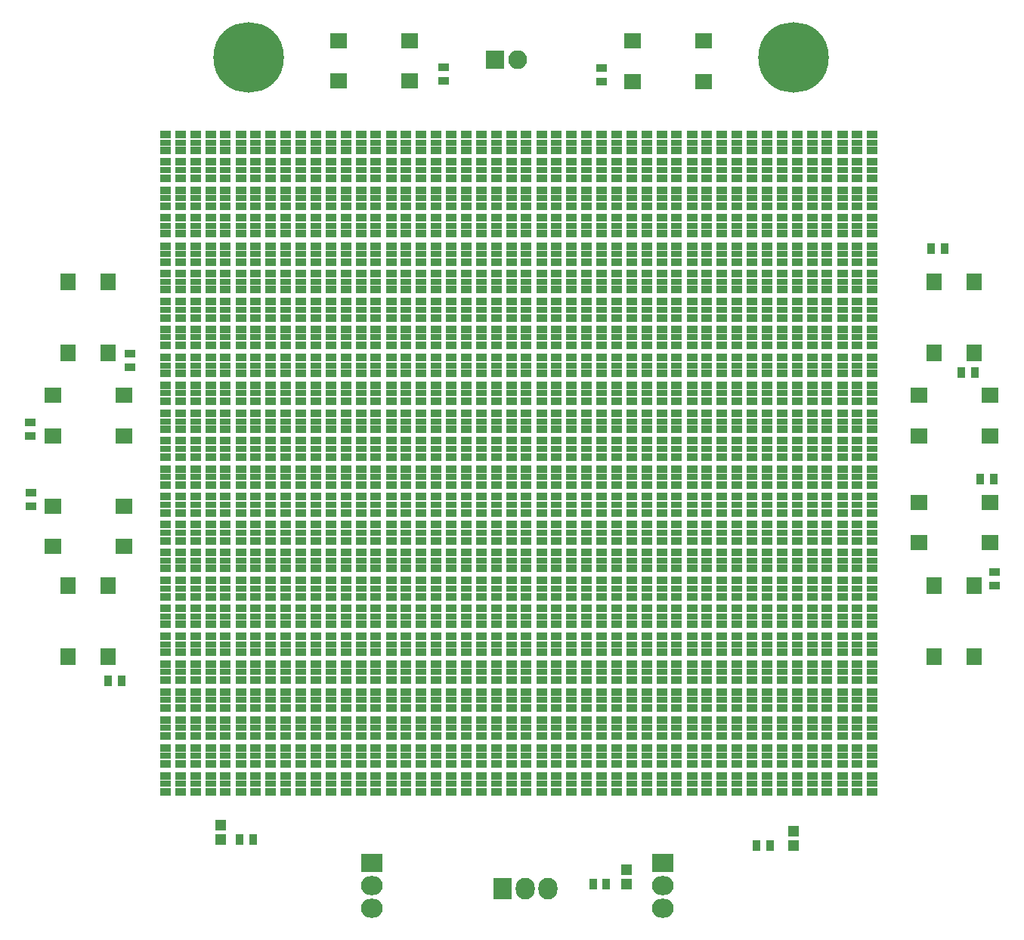
<source format=gts>
G04 #@! TF.FileFunction,Soldermask,Top*
%FSLAX46Y46*%
G04 Gerber Fmt 4.6, Leading zero omitted, Abs format (unit mm)*
G04 Created by KiCad (PCBNEW 4.0.6+dfsg1-1) date Sat Apr 14 23:57:49 2018*
%MOMM*%
%LPD*%
G01*
G04 APERTURE LIST*
%ADD10C,0.100000*%
%ADD11C,7.900000*%
%ADD12R,1.950000X1.700000*%
%ADD13R,1.200000X0.900000*%
%ADD14R,1.200000X0.700000*%
%ADD15R,1.700000X1.950000*%
%ADD16R,2.100000X2.100000*%
%ADD17O,2.100000X2.100000*%
%ADD18R,2.127200X2.432000*%
%ADD19O,2.127200X2.432000*%
%ADD20R,2.432000X2.127200*%
%ADD21O,2.432000X2.127200*%
%ADD22R,0.900000X1.300000*%
%ADD23R,1.300000X0.900000*%
%ADD24R,1.200000X1.200000*%
G04 APERTURE END LIST*
D10*
D11*
X206000000Y-86900000D03*
D12*
X130975000Y-141650000D03*
X123025000Y-141650000D03*
X130975000Y-137150000D03*
X123025000Y-137150000D03*
D13*
X135650000Y-95500000D03*
D14*
X135650000Y-96400000D03*
D13*
X135650000Y-97300000D03*
X137350000Y-97300000D03*
D14*
X137350000Y-96400000D03*
D13*
X137350000Y-95500000D03*
X214850000Y-100376087D03*
D14*
X214850000Y-99476087D03*
D13*
X214850000Y-98576087D03*
X213150000Y-98576087D03*
D14*
X213150000Y-99476087D03*
D13*
X213150000Y-100376087D03*
X135650000Y-101747826D03*
D14*
X135650000Y-102647826D03*
D13*
X135650000Y-103547826D03*
X137350000Y-103547826D03*
D14*
X137350000Y-102647826D03*
D13*
X137350000Y-101747826D03*
X214850000Y-106628261D03*
D14*
X214850000Y-105728261D03*
D13*
X214850000Y-104828261D03*
X213150000Y-104828261D03*
D14*
X213150000Y-105728261D03*
D13*
X213150000Y-106628261D03*
X135650000Y-107995652D03*
D14*
X135650000Y-108895652D03*
D13*
X135650000Y-109795652D03*
X137350000Y-109795652D03*
D14*
X137350000Y-108895652D03*
D13*
X137350000Y-107995652D03*
X214850000Y-112880435D03*
D14*
X214850000Y-111980435D03*
D13*
X214850000Y-111080435D03*
X213150000Y-111080435D03*
D14*
X213150000Y-111980435D03*
D13*
X213150000Y-112880435D03*
X135650000Y-114243478D03*
D14*
X135650000Y-115143478D03*
D13*
X135650000Y-116043478D03*
X137350000Y-116043478D03*
D14*
X137350000Y-115143478D03*
D13*
X137350000Y-114243478D03*
X214850000Y-119132609D03*
D14*
X214850000Y-118232609D03*
D13*
X214850000Y-117332609D03*
X213150000Y-117332609D03*
D14*
X213150000Y-118232609D03*
D13*
X213150000Y-119132609D03*
X135650000Y-120491304D03*
D14*
X135650000Y-121391304D03*
D13*
X135650000Y-122291304D03*
X137350000Y-122291304D03*
D14*
X137350000Y-121391304D03*
D13*
X137350000Y-120491304D03*
X214850000Y-125384783D03*
D14*
X214850000Y-124484783D03*
D13*
X214850000Y-123584783D03*
X213150000Y-123584783D03*
D14*
X213150000Y-124484783D03*
D13*
X213150000Y-125384783D03*
X135650000Y-126739130D03*
D14*
X135650000Y-127639130D03*
D13*
X135650000Y-128539130D03*
X137350000Y-128539130D03*
D14*
X137350000Y-127639130D03*
D13*
X137350000Y-126739130D03*
X214850000Y-131636957D03*
D14*
X214850000Y-130736957D03*
D13*
X214850000Y-129836957D03*
X213150000Y-129836957D03*
D14*
X213150000Y-130736957D03*
D13*
X213150000Y-131636957D03*
X135650000Y-132986956D03*
D14*
X135650000Y-133886956D03*
D13*
X135650000Y-134786956D03*
X137350000Y-134786956D03*
D14*
X137350000Y-133886956D03*
D13*
X137350000Y-132986956D03*
X214850000Y-137889131D03*
D14*
X214850000Y-136989131D03*
D13*
X214850000Y-136089131D03*
X213150000Y-136089131D03*
D14*
X213150000Y-136989131D03*
D13*
X213150000Y-137889131D03*
X135650000Y-139234782D03*
D14*
X135650000Y-140134782D03*
D13*
X135650000Y-141034782D03*
X137350000Y-141034782D03*
D14*
X137350000Y-140134782D03*
D13*
X137350000Y-139234782D03*
X214850000Y-144141305D03*
D14*
X214850000Y-143241305D03*
D13*
X214850000Y-142341305D03*
X213150000Y-142341305D03*
D14*
X213150000Y-143241305D03*
D13*
X213150000Y-144141305D03*
X135650000Y-145482608D03*
D14*
X135650000Y-146382608D03*
D13*
X135650000Y-147282608D03*
X137350000Y-147282608D03*
D14*
X137350000Y-146382608D03*
D13*
X137350000Y-145482608D03*
X214850000Y-150393479D03*
D14*
X214850000Y-149493479D03*
D13*
X214850000Y-148593479D03*
X213150000Y-148593479D03*
D14*
X213150000Y-149493479D03*
D13*
X213150000Y-150393479D03*
X135650000Y-151730434D03*
D14*
X135650000Y-152630434D03*
D13*
X135650000Y-153530434D03*
X137350000Y-153530434D03*
D14*
X137350000Y-152630434D03*
D13*
X137350000Y-151730434D03*
X214850000Y-156645653D03*
D14*
X214850000Y-155745653D03*
D13*
X214850000Y-154845653D03*
X213150000Y-154845653D03*
D14*
X213150000Y-155745653D03*
D13*
X213150000Y-156645653D03*
X135650000Y-157978260D03*
D14*
X135650000Y-158878260D03*
D13*
X135650000Y-159778260D03*
X137350000Y-159778260D03*
D14*
X137350000Y-158878260D03*
D13*
X137350000Y-157978260D03*
X214850000Y-162897827D03*
D14*
X214850000Y-161997827D03*
D13*
X214850000Y-161097827D03*
X213150000Y-161097827D03*
D14*
X213150000Y-161997827D03*
D13*
X213150000Y-162897827D03*
X135650000Y-164226086D03*
D14*
X135650000Y-165126086D03*
D13*
X135650000Y-166026086D03*
X137350000Y-166026086D03*
D14*
X137350000Y-165126086D03*
D13*
X137350000Y-164226086D03*
X214850000Y-169150001D03*
D14*
X214850000Y-168250001D03*
D13*
X214850000Y-167350001D03*
X213150000Y-167350001D03*
D14*
X213150000Y-168250001D03*
D13*
X213150000Y-169150001D03*
X139019565Y-95500000D03*
D14*
X139019565Y-96400000D03*
D13*
X139019565Y-97300000D03*
X140719565Y-97300000D03*
D14*
X140719565Y-96400000D03*
D13*
X140719565Y-95500000D03*
X211480435Y-100376087D03*
D14*
X211480435Y-99476087D03*
D13*
X211480435Y-98576087D03*
X209780435Y-98576087D03*
D14*
X209780435Y-99476087D03*
D13*
X209780435Y-100376087D03*
X139019565Y-101747826D03*
D14*
X139019565Y-102647826D03*
D13*
X139019565Y-103547826D03*
X140719565Y-103547826D03*
D14*
X140719565Y-102647826D03*
D13*
X140719565Y-101747826D03*
X211480435Y-106628261D03*
D14*
X211480435Y-105728261D03*
D13*
X211480435Y-104828261D03*
X209780435Y-104828261D03*
D14*
X209780435Y-105728261D03*
D13*
X209780435Y-106628261D03*
X139019565Y-107995652D03*
D14*
X139019565Y-108895652D03*
D13*
X139019565Y-109795652D03*
X140719565Y-109795652D03*
D14*
X140719565Y-108895652D03*
D13*
X140719565Y-107995652D03*
X211480435Y-112880435D03*
D14*
X211480435Y-111980435D03*
D13*
X211480435Y-111080435D03*
X209780435Y-111080435D03*
D14*
X209780435Y-111980435D03*
D13*
X209780435Y-112880435D03*
X139019565Y-114243478D03*
D14*
X139019565Y-115143478D03*
D13*
X139019565Y-116043478D03*
X140719565Y-116043478D03*
D14*
X140719565Y-115143478D03*
D13*
X140719565Y-114243478D03*
X211480435Y-119132609D03*
D14*
X211480435Y-118232609D03*
D13*
X211480435Y-117332609D03*
X209780435Y-117332609D03*
D14*
X209780435Y-118232609D03*
D13*
X209780435Y-119132609D03*
X139019565Y-120491304D03*
D14*
X139019565Y-121391304D03*
D13*
X139019565Y-122291304D03*
X140719565Y-122291304D03*
D14*
X140719565Y-121391304D03*
D13*
X140719565Y-120491304D03*
X211480435Y-125384783D03*
D14*
X211480435Y-124484783D03*
D13*
X211480435Y-123584783D03*
X209780435Y-123584783D03*
D14*
X209780435Y-124484783D03*
D13*
X209780435Y-125384783D03*
X139019565Y-126739130D03*
D14*
X139019565Y-127639130D03*
D13*
X139019565Y-128539130D03*
X140719565Y-128539130D03*
D14*
X140719565Y-127639130D03*
D13*
X140719565Y-126739130D03*
X211480435Y-131636957D03*
D14*
X211480435Y-130736957D03*
D13*
X211480435Y-129836957D03*
X209780435Y-129836957D03*
D14*
X209780435Y-130736957D03*
D13*
X209780435Y-131636957D03*
X139019565Y-132986956D03*
D14*
X139019565Y-133886956D03*
D13*
X139019565Y-134786956D03*
X140719565Y-134786956D03*
D14*
X140719565Y-133886956D03*
D13*
X140719565Y-132986956D03*
X211480435Y-137889131D03*
D14*
X211480435Y-136989131D03*
D13*
X211480435Y-136089131D03*
X209780435Y-136089131D03*
D14*
X209780435Y-136989131D03*
D13*
X209780435Y-137889131D03*
X139019565Y-139234782D03*
D14*
X139019565Y-140134782D03*
D13*
X139019565Y-141034782D03*
X140719565Y-141034782D03*
D14*
X140719565Y-140134782D03*
D13*
X140719565Y-139234782D03*
X211480435Y-144141305D03*
D14*
X211480435Y-143241305D03*
D13*
X211480435Y-142341305D03*
X209780435Y-142341305D03*
D14*
X209780435Y-143241305D03*
D13*
X209780435Y-144141305D03*
X139019565Y-145482608D03*
D14*
X139019565Y-146382608D03*
D13*
X139019565Y-147282608D03*
X140719565Y-147282608D03*
D14*
X140719565Y-146382608D03*
D13*
X140719565Y-145482608D03*
X211480435Y-150393479D03*
D14*
X211480435Y-149493479D03*
D13*
X211480435Y-148593479D03*
X209780435Y-148593479D03*
D14*
X209780435Y-149493479D03*
D13*
X209780435Y-150393479D03*
X139019565Y-151730434D03*
D14*
X139019565Y-152630434D03*
D13*
X139019565Y-153530434D03*
X140719565Y-153530434D03*
D14*
X140719565Y-152630434D03*
D13*
X140719565Y-151730434D03*
X211480435Y-156645653D03*
D14*
X211480435Y-155745653D03*
D13*
X211480435Y-154845653D03*
X209780435Y-154845653D03*
D14*
X209780435Y-155745653D03*
D13*
X209780435Y-156645653D03*
X139019565Y-157978260D03*
D14*
X139019565Y-158878260D03*
D13*
X139019565Y-159778260D03*
X140719565Y-159778260D03*
D14*
X140719565Y-158878260D03*
D13*
X140719565Y-157978260D03*
X211480435Y-162897827D03*
D14*
X211480435Y-161997827D03*
D13*
X211480435Y-161097827D03*
X209780435Y-161097827D03*
D14*
X209780435Y-161997827D03*
D13*
X209780435Y-162897827D03*
X139019565Y-164226086D03*
D14*
X139019565Y-165126086D03*
D13*
X139019565Y-166026086D03*
X140719565Y-166026086D03*
D14*
X140719565Y-165126086D03*
D13*
X140719565Y-164226086D03*
X211480435Y-169150001D03*
D14*
X211480435Y-168250001D03*
D13*
X211480435Y-167350001D03*
X209780435Y-167350001D03*
D14*
X209780435Y-168250001D03*
D13*
X209780435Y-169150001D03*
X142389130Y-95500000D03*
D14*
X142389130Y-96400000D03*
D13*
X142389130Y-97300000D03*
X144089130Y-97300000D03*
D14*
X144089130Y-96400000D03*
D13*
X144089130Y-95500000D03*
X208110870Y-100376087D03*
D14*
X208110870Y-99476087D03*
D13*
X208110870Y-98576087D03*
X206410870Y-98576087D03*
D14*
X206410870Y-99476087D03*
D13*
X206410870Y-100376087D03*
X142389130Y-101747826D03*
D14*
X142389130Y-102647826D03*
D13*
X142389130Y-103547826D03*
X144089130Y-103547826D03*
D14*
X144089130Y-102647826D03*
D13*
X144089130Y-101747826D03*
X208110870Y-106628261D03*
D14*
X208110870Y-105728261D03*
D13*
X208110870Y-104828261D03*
X206410870Y-104828261D03*
D14*
X206410870Y-105728261D03*
D13*
X206410870Y-106628261D03*
X142389130Y-107995652D03*
D14*
X142389130Y-108895652D03*
D13*
X142389130Y-109795652D03*
X144089130Y-109795652D03*
D14*
X144089130Y-108895652D03*
D13*
X144089130Y-107995652D03*
X208110870Y-112880435D03*
D14*
X208110870Y-111980435D03*
D13*
X208110870Y-111080435D03*
X206410870Y-111080435D03*
D14*
X206410870Y-111980435D03*
D13*
X206410870Y-112880435D03*
X142389130Y-114243478D03*
D14*
X142389130Y-115143478D03*
D13*
X142389130Y-116043478D03*
X144089130Y-116043478D03*
D14*
X144089130Y-115143478D03*
D13*
X144089130Y-114243478D03*
X208110870Y-119132609D03*
D14*
X208110870Y-118232609D03*
D13*
X208110870Y-117332609D03*
X206410870Y-117332609D03*
D14*
X206410870Y-118232609D03*
D13*
X206410870Y-119132609D03*
X142389130Y-120491304D03*
D14*
X142389130Y-121391304D03*
D13*
X142389130Y-122291304D03*
X144089130Y-122291304D03*
D14*
X144089130Y-121391304D03*
D13*
X144089130Y-120491304D03*
X208110870Y-125384783D03*
D14*
X208110870Y-124484783D03*
D13*
X208110870Y-123584783D03*
X206410870Y-123584783D03*
D14*
X206410870Y-124484783D03*
D13*
X206410870Y-125384783D03*
X142389130Y-126739130D03*
D14*
X142389130Y-127639130D03*
D13*
X142389130Y-128539130D03*
X144089130Y-128539130D03*
D14*
X144089130Y-127639130D03*
D13*
X144089130Y-126739130D03*
X208110870Y-131636957D03*
D14*
X208110870Y-130736957D03*
D13*
X208110870Y-129836957D03*
X206410870Y-129836957D03*
D14*
X206410870Y-130736957D03*
D13*
X206410870Y-131636957D03*
X142389130Y-132986956D03*
D14*
X142389130Y-133886956D03*
D13*
X142389130Y-134786956D03*
X144089130Y-134786956D03*
D14*
X144089130Y-133886956D03*
D13*
X144089130Y-132986956D03*
X208110870Y-137889131D03*
D14*
X208110870Y-136989131D03*
D13*
X208110870Y-136089131D03*
X206410870Y-136089131D03*
D14*
X206410870Y-136989131D03*
D13*
X206410870Y-137889131D03*
X142389130Y-139234782D03*
D14*
X142389130Y-140134782D03*
D13*
X142389130Y-141034782D03*
X144089130Y-141034782D03*
D14*
X144089130Y-140134782D03*
D13*
X144089130Y-139234782D03*
X208110870Y-144141305D03*
D14*
X208110870Y-143241305D03*
D13*
X208110870Y-142341305D03*
X206410870Y-142341305D03*
D14*
X206410870Y-143241305D03*
D13*
X206410870Y-144141305D03*
X142389130Y-145482608D03*
D14*
X142389130Y-146382608D03*
D13*
X142389130Y-147282608D03*
X144089130Y-147282608D03*
D14*
X144089130Y-146382608D03*
D13*
X144089130Y-145482608D03*
X208110870Y-150393479D03*
D14*
X208110870Y-149493479D03*
D13*
X208110870Y-148593479D03*
X206410870Y-148593479D03*
D14*
X206410870Y-149493479D03*
D13*
X206410870Y-150393479D03*
X142389130Y-151730434D03*
D14*
X142389130Y-152630434D03*
D13*
X142389130Y-153530434D03*
X144089130Y-153530434D03*
D14*
X144089130Y-152630434D03*
D13*
X144089130Y-151730434D03*
X208110870Y-156645653D03*
D14*
X208110870Y-155745653D03*
D13*
X208110870Y-154845653D03*
X206410870Y-154845653D03*
D14*
X206410870Y-155745653D03*
D13*
X206410870Y-156645653D03*
X142389130Y-157978260D03*
D14*
X142389130Y-158878260D03*
D13*
X142389130Y-159778260D03*
X144089130Y-159778260D03*
D14*
X144089130Y-158878260D03*
D13*
X144089130Y-157978260D03*
X208110870Y-162897827D03*
D14*
X208110870Y-161997827D03*
D13*
X208110870Y-161097827D03*
X206410870Y-161097827D03*
D14*
X206410870Y-161997827D03*
D13*
X206410870Y-162897827D03*
X142389130Y-164226086D03*
D14*
X142389130Y-165126086D03*
D13*
X142389130Y-166026086D03*
X144089130Y-166026086D03*
D14*
X144089130Y-165126086D03*
D13*
X144089130Y-164226086D03*
X208110870Y-169150001D03*
D14*
X208110870Y-168250001D03*
D13*
X208110870Y-167350001D03*
X206410870Y-167350001D03*
D14*
X206410870Y-168250001D03*
D13*
X206410870Y-169150001D03*
X145758695Y-95500000D03*
D14*
X145758695Y-96400000D03*
D13*
X145758695Y-97300000D03*
X147458695Y-97300000D03*
D14*
X147458695Y-96400000D03*
D13*
X147458695Y-95500000D03*
X204741305Y-100376087D03*
D14*
X204741305Y-99476087D03*
D13*
X204741305Y-98576087D03*
X203041305Y-98576087D03*
D14*
X203041305Y-99476087D03*
D13*
X203041305Y-100376087D03*
X145758695Y-101747826D03*
D14*
X145758695Y-102647826D03*
D13*
X145758695Y-103547826D03*
X147458695Y-103547826D03*
D14*
X147458695Y-102647826D03*
D13*
X147458695Y-101747826D03*
X204741305Y-106628261D03*
D14*
X204741305Y-105728261D03*
D13*
X204741305Y-104828261D03*
X203041305Y-104828261D03*
D14*
X203041305Y-105728261D03*
D13*
X203041305Y-106628261D03*
X145758695Y-107995652D03*
D14*
X145758695Y-108895652D03*
D13*
X145758695Y-109795652D03*
X147458695Y-109795652D03*
D14*
X147458695Y-108895652D03*
D13*
X147458695Y-107995652D03*
X204741305Y-112880435D03*
D14*
X204741305Y-111980435D03*
D13*
X204741305Y-111080435D03*
X203041305Y-111080435D03*
D14*
X203041305Y-111980435D03*
D13*
X203041305Y-112880435D03*
X145758695Y-114243478D03*
D14*
X145758695Y-115143478D03*
D13*
X145758695Y-116043478D03*
X147458695Y-116043478D03*
D14*
X147458695Y-115143478D03*
D13*
X147458695Y-114243478D03*
X204741305Y-119132609D03*
D14*
X204741305Y-118232609D03*
D13*
X204741305Y-117332609D03*
X203041305Y-117332609D03*
D14*
X203041305Y-118232609D03*
D13*
X203041305Y-119132609D03*
X145758695Y-120491304D03*
D14*
X145758695Y-121391304D03*
D13*
X145758695Y-122291304D03*
X147458695Y-122291304D03*
D14*
X147458695Y-121391304D03*
D13*
X147458695Y-120491304D03*
X204741305Y-125384783D03*
D14*
X204741305Y-124484783D03*
D13*
X204741305Y-123584783D03*
X203041305Y-123584783D03*
D14*
X203041305Y-124484783D03*
D13*
X203041305Y-125384783D03*
X145758695Y-126739130D03*
D14*
X145758695Y-127639130D03*
D13*
X145758695Y-128539130D03*
X147458695Y-128539130D03*
D14*
X147458695Y-127639130D03*
D13*
X147458695Y-126739130D03*
X204741305Y-131636957D03*
D14*
X204741305Y-130736957D03*
D13*
X204741305Y-129836957D03*
X203041305Y-129836957D03*
D14*
X203041305Y-130736957D03*
D13*
X203041305Y-131636957D03*
X145758695Y-132986956D03*
D14*
X145758695Y-133886956D03*
D13*
X145758695Y-134786956D03*
X147458695Y-134786956D03*
D14*
X147458695Y-133886956D03*
D13*
X147458695Y-132986956D03*
X204741305Y-137889131D03*
D14*
X204741305Y-136989131D03*
D13*
X204741305Y-136089131D03*
X203041305Y-136089131D03*
D14*
X203041305Y-136989131D03*
D13*
X203041305Y-137889131D03*
X145758695Y-139234782D03*
D14*
X145758695Y-140134782D03*
D13*
X145758695Y-141034782D03*
X147458695Y-141034782D03*
D14*
X147458695Y-140134782D03*
D13*
X147458695Y-139234782D03*
X204741305Y-144141305D03*
D14*
X204741305Y-143241305D03*
D13*
X204741305Y-142341305D03*
X203041305Y-142341305D03*
D14*
X203041305Y-143241305D03*
D13*
X203041305Y-144141305D03*
X145758695Y-145482608D03*
D14*
X145758695Y-146382608D03*
D13*
X145758695Y-147282608D03*
X147458695Y-147282608D03*
D14*
X147458695Y-146382608D03*
D13*
X147458695Y-145482608D03*
X204741305Y-150393479D03*
D14*
X204741305Y-149493479D03*
D13*
X204741305Y-148593479D03*
X203041305Y-148593479D03*
D14*
X203041305Y-149493479D03*
D13*
X203041305Y-150393479D03*
X145758695Y-151730434D03*
D14*
X145758695Y-152630434D03*
D13*
X145758695Y-153530434D03*
X147458695Y-153530434D03*
D14*
X147458695Y-152630434D03*
D13*
X147458695Y-151730434D03*
X204741305Y-156645653D03*
D14*
X204741305Y-155745653D03*
D13*
X204741305Y-154845653D03*
X203041305Y-154845653D03*
D14*
X203041305Y-155745653D03*
D13*
X203041305Y-156645653D03*
X145758695Y-157978260D03*
D14*
X145758695Y-158878260D03*
D13*
X145758695Y-159778260D03*
X147458695Y-159778260D03*
D14*
X147458695Y-158878260D03*
D13*
X147458695Y-157978260D03*
X204741305Y-162897827D03*
D14*
X204741305Y-161997827D03*
D13*
X204741305Y-161097827D03*
X203041305Y-161097827D03*
D14*
X203041305Y-161997827D03*
D13*
X203041305Y-162897827D03*
X145758695Y-164226086D03*
D14*
X145758695Y-165126086D03*
D13*
X145758695Y-166026086D03*
X147458695Y-166026086D03*
D14*
X147458695Y-165126086D03*
D13*
X147458695Y-164226086D03*
X204741305Y-169150001D03*
D14*
X204741305Y-168250001D03*
D13*
X204741305Y-167350001D03*
X203041305Y-167350001D03*
D14*
X203041305Y-168250001D03*
D13*
X203041305Y-169150001D03*
X149128260Y-95500000D03*
D14*
X149128260Y-96400000D03*
D13*
X149128260Y-97300000D03*
X150828260Y-97300000D03*
D14*
X150828260Y-96400000D03*
D13*
X150828260Y-95500000D03*
X201371740Y-100376087D03*
D14*
X201371740Y-99476087D03*
D13*
X201371740Y-98576087D03*
X199671740Y-98576087D03*
D14*
X199671740Y-99476087D03*
D13*
X199671740Y-100376087D03*
X149128260Y-101747826D03*
D14*
X149128260Y-102647826D03*
D13*
X149128260Y-103547826D03*
X150828260Y-103547826D03*
D14*
X150828260Y-102647826D03*
D13*
X150828260Y-101747826D03*
X201371740Y-106628261D03*
D14*
X201371740Y-105728261D03*
D13*
X201371740Y-104828261D03*
X199671740Y-104828261D03*
D14*
X199671740Y-105728261D03*
D13*
X199671740Y-106628261D03*
X149128260Y-107995652D03*
D14*
X149128260Y-108895652D03*
D13*
X149128260Y-109795652D03*
X150828260Y-109795652D03*
D14*
X150828260Y-108895652D03*
D13*
X150828260Y-107995652D03*
X201371740Y-112880435D03*
D14*
X201371740Y-111980435D03*
D13*
X201371740Y-111080435D03*
X199671740Y-111080435D03*
D14*
X199671740Y-111980435D03*
D13*
X199671740Y-112880435D03*
X149128260Y-114243478D03*
D14*
X149128260Y-115143478D03*
D13*
X149128260Y-116043478D03*
X150828260Y-116043478D03*
D14*
X150828260Y-115143478D03*
D13*
X150828260Y-114243478D03*
X201371740Y-119132609D03*
D14*
X201371740Y-118232609D03*
D13*
X201371740Y-117332609D03*
X199671740Y-117332609D03*
D14*
X199671740Y-118232609D03*
D13*
X199671740Y-119132609D03*
X149128260Y-120491304D03*
D14*
X149128260Y-121391304D03*
D13*
X149128260Y-122291304D03*
X150828260Y-122291304D03*
D14*
X150828260Y-121391304D03*
D13*
X150828260Y-120491304D03*
X201371740Y-125384783D03*
D14*
X201371740Y-124484783D03*
D13*
X201371740Y-123584783D03*
X199671740Y-123584783D03*
D14*
X199671740Y-124484783D03*
D13*
X199671740Y-125384783D03*
X149128260Y-126739130D03*
D14*
X149128260Y-127639130D03*
D13*
X149128260Y-128539130D03*
X150828260Y-128539130D03*
D14*
X150828260Y-127639130D03*
D13*
X150828260Y-126739130D03*
X201371740Y-131636957D03*
D14*
X201371740Y-130736957D03*
D13*
X201371740Y-129836957D03*
X199671740Y-129836957D03*
D14*
X199671740Y-130736957D03*
D13*
X199671740Y-131636957D03*
X149128260Y-132986956D03*
D14*
X149128260Y-133886956D03*
D13*
X149128260Y-134786956D03*
X150828260Y-134786956D03*
D14*
X150828260Y-133886956D03*
D13*
X150828260Y-132986956D03*
X201371740Y-137889131D03*
D14*
X201371740Y-136989131D03*
D13*
X201371740Y-136089131D03*
X199671740Y-136089131D03*
D14*
X199671740Y-136989131D03*
D13*
X199671740Y-137889131D03*
X149128260Y-139234782D03*
D14*
X149128260Y-140134782D03*
D13*
X149128260Y-141034782D03*
X150828260Y-141034782D03*
D14*
X150828260Y-140134782D03*
D13*
X150828260Y-139234782D03*
X201371740Y-144141305D03*
D14*
X201371740Y-143241305D03*
D13*
X201371740Y-142341305D03*
X199671740Y-142341305D03*
D14*
X199671740Y-143241305D03*
D13*
X199671740Y-144141305D03*
X149128260Y-145482608D03*
D14*
X149128260Y-146382608D03*
D13*
X149128260Y-147282608D03*
X150828260Y-147282608D03*
D14*
X150828260Y-146382608D03*
D13*
X150828260Y-145482608D03*
X201371740Y-150393479D03*
D14*
X201371740Y-149493479D03*
D13*
X201371740Y-148593479D03*
X199671740Y-148593479D03*
D14*
X199671740Y-149493479D03*
D13*
X199671740Y-150393479D03*
X149128260Y-151730434D03*
D14*
X149128260Y-152630434D03*
D13*
X149128260Y-153530434D03*
X150828260Y-153530434D03*
D14*
X150828260Y-152630434D03*
D13*
X150828260Y-151730434D03*
X201371740Y-156645653D03*
D14*
X201371740Y-155745653D03*
D13*
X201371740Y-154845653D03*
X199671740Y-154845653D03*
D14*
X199671740Y-155745653D03*
D13*
X199671740Y-156645653D03*
X149128260Y-157978260D03*
D14*
X149128260Y-158878260D03*
D13*
X149128260Y-159778260D03*
X150828260Y-159778260D03*
D14*
X150828260Y-158878260D03*
D13*
X150828260Y-157978260D03*
X201371740Y-162897827D03*
D14*
X201371740Y-161997827D03*
D13*
X201371740Y-161097827D03*
X199671740Y-161097827D03*
D14*
X199671740Y-161997827D03*
D13*
X199671740Y-162897827D03*
X149128260Y-164226086D03*
D14*
X149128260Y-165126086D03*
D13*
X149128260Y-166026086D03*
X150828260Y-166026086D03*
D14*
X150828260Y-165126086D03*
D13*
X150828260Y-164226086D03*
X201371740Y-169150001D03*
D14*
X201371740Y-168250001D03*
D13*
X201371740Y-167350001D03*
X199671740Y-167350001D03*
D14*
X199671740Y-168250001D03*
D13*
X199671740Y-169150001D03*
X152497825Y-95500000D03*
D14*
X152497825Y-96400000D03*
D13*
X152497825Y-97300000D03*
X154197825Y-97300000D03*
D14*
X154197825Y-96400000D03*
D13*
X154197825Y-95500000D03*
X198002175Y-100376087D03*
D14*
X198002175Y-99476087D03*
D13*
X198002175Y-98576087D03*
X196302175Y-98576087D03*
D14*
X196302175Y-99476087D03*
D13*
X196302175Y-100376087D03*
X152497825Y-101747826D03*
D14*
X152497825Y-102647826D03*
D13*
X152497825Y-103547826D03*
X154197825Y-103547826D03*
D14*
X154197825Y-102647826D03*
D13*
X154197825Y-101747826D03*
X198002175Y-106628261D03*
D14*
X198002175Y-105728261D03*
D13*
X198002175Y-104828261D03*
X196302175Y-104828261D03*
D14*
X196302175Y-105728261D03*
D13*
X196302175Y-106628261D03*
X152497825Y-107995652D03*
D14*
X152497825Y-108895652D03*
D13*
X152497825Y-109795652D03*
X154197825Y-109795652D03*
D14*
X154197825Y-108895652D03*
D13*
X154197825Y-107995652D03*
X198002175Y-112880435D03*
D14*
X198002175Y-111980435D03*
D13*
X198002175Y-111080435D03*
X196302175Y-111080435D03*
D14*
X196302175Y-111980435D03*
D13*
X196302175Y-112880435D03*
X152497825Y-114243478D03*
D14*
X152497825Y-115143478D03*
D13*
X152497825Y-116043478D03*
X154197825Y-116043478D03*
D14*
X154197825Y-115143478D03*
D13*
X154197825Y-114243478D03*
X198002175Y-119132609D03*
D14*
X198002175Y-118232609D03*
D13*
X198002175Y-117332609D03*
X196302175Y-117332609D03*
D14*
X196302175Y-118232609D03*
D13*
X196302175Y-119132609D03*
X152497825Y-120491304D03*
D14*
X152497825Y-121391304D03*
D13*
X152497825Y-122291304D03*
X154197825Y-122291304D03*
D14*
X154197825Y-121391304D03*
D13*
X154197825Y-120491304D03*
X198002175Y-125384783D03*
D14*
X198002175Y-124484783D03*
D13*
X198002175Y-123584783D03*
X196302175Y-123584783D03*
D14*
X196302175Y-124484783D03*
D13*
X196302175Y-125384783D03*
X152497825Y-126739130D03*
D14*
X152497825Y-127639130D03*
D13*
X152497825Y-128539130D03*
X154197825Y-128539130D03*
D14*
X154197825Y-127639130D03*
D13*
X154197825Y-126739130D03*
X198002175Y-131636957D03*
D14*
X198002175Y-130736957D03*
D13*
X198002175Y-129836957D03*
X196302175Y-129836957D03*
D14*
X196302175Y-130736957D03*
D13*
X196302175Y-131636957D03*
X152497825Y-132986956D03*
D14*
X152497825Y-133886956D03*
D13*
X152497825Y-134786956D03*
X154197825Y-134786956D03*
D14*
X154197825Y-133886956D03*
D13*
X154197825Y-132986956D03*
X198002175Y-137889131D03*
D14*
X198002175Y-136989131D03*
D13*
X198002175Y-136089131D03*
X196302175Y-136089131D03*
D14*
X196302175Y-136989131D03*
D13*
X196302175Y-137889131D03*
X152497825Y-139234782D03*
D14*
X152497825Y-140134782D03*
D13*
X152497825Y-141034782D03*
X154197825Y-141034782D03*
D14*
X154197825Y-140134782D03*
D13*
X154197825Y-139234782D03*
X198002175Y-144141305D03*
D14*
X198002175Y-143241305D03*
D13*
X198002175Y-142341305D03*
X196302175Y-142341305D03*
D14*
X196302175Y-143241305D03*
D13*
X196302175Y-144141305D03*
X152497825Y-145482608D03*
D14*
X152497825Y-146382608D03*
D13*
X152497825Y-147282608D03*
X154197825Y-147282608D03*
D14*
X154197825Y-146382608D03*
D13*
X154197825Y-145482608D03*
X198002175Y-150393479D03*
D14*
X198002175Y-149493479D03*
D13*
X198002175Y-148593479D03*
X196302175Y-148593479D03*
D14*
X196302175Y-149493479D03*
D13*
X196302175Y-150393479D03*
X152497825Y-151730434D03*
D14*
X152497825Y-152630434D03*
D13*
X152497825Y-153530434D03*
X154197825Y-153530434D03*
D14*
X154197825Y-152630434D03*
D13*
X154197825Y-151730434D03*
X198002175Y-156645653D03*
D14*
X198002175Y-155745653D03*
D13*
X198002175Y-154845653D03*
X196302175Y-154845653D03*
D14*
X196302175Y-155745653D03*
D13*
X196302175Y-156645653D03*
X152497825Y-157978260D03*
D14*
X152497825Y-158878260D03*
D13*
X152497825Y-159778260D03*
X154197825Y-159778260D03*
D14*
X154197825Y-158878260D03*
D13*
X154197825Y-157978260D03*
X198002175Y-162897827D03*
D14*
X198002175Y-161997827D03*
D13*
X198002175Y-161097827D03*
X196302175Y-161097827D03*
D14*
X196302175Y-161997827D03*
D13*
X196302175Y-162897827D03*
X152497825Y-164226086D03*
D14*
X152497825Y-165126086D03*
D13*
X152497825Y-166026086D03*
X154197825Y-166026086D03*
D14*
X154197825Y-165126086D03*
D13*
X154197825Y-164226086D03*
X198002175Y-169150001D03*
D14*
X198002175Y-168250001D03*
D13*
X198002175Y-167350001D03*
X196302175Y-167350001D03*
D14*
X196302175Y-168250001D03*
D13*
X196302175Y-169150001D03*
X155867390Y-95500000D03*
D14*
X155867390Y-96400000D03*
D13*
X155867390Y-97300000D03*
X157567390Y-97300000D03*
D14*
X157567390Y-96400000D03*
D13*
X157567390Y-95500000D03*
X194632610Y-100376087D03*
D14*
X194632610Y-99476087D03*
D13*
X194632610Y-98576087D03*
X192932610Y-98576087D03*
D14*
X192932610Y-99476087D03*
D13*
X192932610Y-100376087D03*
X155867390Y-101747826D03*
D14*
X155867390Y-102647826D03*
D13*
X155867390Y-103547826D03*
X157567390Y-103547826D03*
D14*
X157567390Y-102647826D03*
D13*
X157567390Y-101747826D03*
X194632610Y-106628261D03*
D14*
X194632610Y-105728261D03*
D13*
X194632610Y-104828261D03*
X192932610Y-104828261D03*
D14*
X192932610Y-105728261D03*
D13*
X192932610Y-106628261D03*
X155867390Y-107995652D03*
D14*
X155867390Y-108895652D03*
D13*
X155867390Y-109795652D03*
X157567390Y-109795652D03*
D14*
X157567390Y-108895652D03*
D13*
X157567390Y-107995652D03*
X194632610Y-112880435D03*
D14*
X194632610Y-111980435D03*
D13*
X194632610Y-111080435D03*
X192932610Y-111080435D03*
D14*
X192932610Y-111980435D03*
D13*
X192932610Y-112880435D03*
X155867390Y-114243478D03*
D14*
X155867390Y-115143478D03*
D13*
X155867390Y-116043478D03*
X157567390Y-116043478D03*
D14*
X157567390Y-115143478D03*
D13*
X157567390Y-114243478D03*
X194632610Y-119132609D03*
D14*
X194632610Y-118232609D03*
D13*
X194632610Y-117332609D03*
X192932610Y-117332609D03*
D14*
X192932610Y-118232609D03*
D13*
X192932610Y-119132609D03*
X155867390Y-120491304D03*
D14*
X155867390Y-121391304D03*
D13*
X155867390Y-122291304D03*
X157567390Y-122291304D03*
D14*
X157567390Y-121391304D03*
D13*
X157567390Y-120491304D03*
X194632610Y-125384783D03*
D14*
X194632610Y-124484783D03*
D13*
X194632610Y-123584783D03*
X192932610Y-123584783D03*
D14*
X192932610Y-124484783D03*
D13*
X192932610Y-125384783D03*
X155867390Y-126739130D03*
D14*
X155867390Y-127639130D03*
D13*
X155867390Y-128539130D03*
X157567390Y-128539130D03*
D14*
X157567390Y-127639130D03*
D13*
X157567390Y-126739130D03*
X194632610Y-131636957D03*
D14*
X194632610Y-130736957D03*
D13*
X194632610Y-129836957D03*
X192932610Y-129836957D03*
D14*
X192932610Y-130736957D03*
D13*
X192932610Y-131636957D03*
X155867390Y-132986956D03*
D14*
X155867390Y-133886956D03*
D13*
X155867390Y-134786956D03*
X157567390Y-134786956D03*
D14*
X157567390Y-133886956D03*
D13*
X157567390Y-132986956D03*
X194632610Y-137889131D03*
D14*
X194632610Y-136989131D03*
D13*
X194632610Y-136089131D03*
X192932610Y-136089131D03*
D14*
X192932610Y-136989131D03*
D13*
X192932610Y-137889131D03*
X155867390Y-139234782D03*
D14*
X155867390Y-140134782D03*
D13*
X155867390Y-141034782D03*
X157567390Y-141034782D03*
D14*
X157567390Y-140134782D03*
D13*
X157567390Y-139234782D03*
X194632610Y-144141305D03*
D14*
X194632610Y-143241305D03*
D13*
X194632610Y-142341305D03*
X192932610Y-142341305D03*
D14*
X192932610Y-143241305D03*
D13*
X192932610Y-144141305D03*
X155867390Y-145482608D03*
D14*
X155867390Y-146382608D03*
D13*
X155867390Y-147282608D03*
X157567390Y-147282608D03*
D14*
X157567390Y-146382608D03*
D13*
X157567390Y-145482608D03*
X194632610Y-150393479D03*
D14*
X194632610Y-149493479D03*
D13*
X194632610Y-148593479D03*
X192932610Y-148593479D03*
D14*
X192932610Y-149493479D03*
D13*
X192932610Y-150393479D03*
X155867390Y-151730434D03*
D14*
X155867390Y-152630434D03*
D13*
X155867390Y-153530434D03*
X157567390Y-153530434D03*
D14*
X157567390Y-152630434D03*
D13*
X157567390Y-151730434D03*
X194632610Y-156645653D03*
D14*
X194632610Y-155745653D03*
D13*
X194632610Y-154845653D03*
X192932610Y-154845653D03*
D14*
X192932610Y-155745653D03*
D13*
X192932610Y-156645653D03*
X155867390Y-157978260D03*
D14*
X155867390Y-158878260D03*
D13*
X155867390Y-159778260D03*
X157567390Y-159778260D03*
D14*
X157567390Y-158878260D03*
D13*
X157567390Y-157978260D03*
X194632610Y-162897827D03*
D14*
X194632610Y-161997827D03*
D13*
X194632610Y-161097827D03*
X192932610Y-161097827D03*
D14*
X192932610Y-161997827D03*
D13*
X192932610Y-162897827D03*
X155867390Y-164226086D03*
D14*
X155867390Y-165126086D03*
D13*
X155867390Y-166026086D03*
X157567390Y-166026086D03*
D14*
X157567390Y-165126086D03*
D13*
X157567390Y-164226086D03*
X194632610Y-169150001D03*
D14*
X194632610Y-168250001D03*
D13*
X194632610Y-167350001D03*
X192932610Y-167350001D03*
D14*
X192932610Y-168250001D03*
D13*
X192932610Y-169150001D03*
X159236955Y-95500000D03*
D14*
X159236955Y-96400000D03*
D13*
X159236955Y-97300000D03*
X160936955Y-97300000D03*
D14*
X160936955Y-96400000D03*
D13*
X160936955Y-95500000D03*
X191263045Y-100376087D03*
D14*
X191263045Y-99476087D03*
D13*
X191263045Y-98576087D03*
X189563045Y-98576087D03*
D14*
X189563045Y-99476087D03*
D13*
X189563045Y-100376087D03*
X159236955Y-101747826D03*
D14*
X159236955Y-102647826D03*
D13*
X159236955Y-103547826D03*
X160936955Y-103547826D03*
D14*
X160936955Y-102647826D03*
D13*
X160936955Y-101747826D03*
X191263045Y-106628261D03*
D14*
X191263045Y-105728261D03*
D13*
X191263045Y-104828261D03*
X189563045Y-104828261D03*
D14*
X189563045Y-105728261D03*
D13*
X189563045Y-106628261D03*
X159236955Y-107995652D03*
D14*
X159236955Y-108895652D03*
D13*
X159236955Y-109795652D03*
X160936955Y-109795652D03*
D14*
X160936955Y-108895652D03*
D13*
X160936955Y-107995652D03*
X191263045Y-112880435D03*
D14*
X191263045Y-111980435D03*
D13*
X191263045Y-111080435D03*
X189563045Y-111080435D03*
D14*
X189563045Y-111980435D03*
D13*
X189563045Y-112880435D03*
X159236955Y-114243478D03*
D14*
X159236955Y-115143478D03*
D13*
X159236955Y-116043478D03*
X160936955Y-116043478D03*
D14*
X160936955Y-115143478D03*
D13*
X160936955Y-114243478D03*
X191263045Y-119132609D03*
D14*
X191263045Y-118232609D03*
D13*
X191263045Y-117332609D03*
X189563045Y-117332609D03*
D14*
X189563045Y-118232609D03*
D13*
X189563045Y-119132609D03*
X159236955Y-120491304D03*
D14*
X159236955Y-121391304D03*
D13*
X159236955Y-122291304D03*
X160936955Y-122291304D03*
D14*
X160936955Y-121391304D03*
D13*
X160936955Y-120491304D03*
X191263045Y-125384783D03*
D14*
X191263045Y-124484783D03*
D13*
X191263045Y-123584783D03*
X189563045Y-123584783D03*
D14*
X189563045Y-124484783D03*
D13*
X189563045Y-125384783D03*
X159236955Y-126739130D03*
D14*
X159236955Y-127639130D03*
D13*
X159236955Y-128539130D03*
X160936955Y-128539130D03*
D14*
X160936955Y-127639130D03*
D13*
X160936955Y-126739130D03*
X191263045Y-131636957D03*
D14*
X191263045Y-130736957D03*
D13*
X191263045Y-129836957D03*
X189563045Y-129836957D03*
D14*
X189563045Y-130736957D03*
D13*
X189563045Y-131636957D03*
X159236955Y-132986956D03*
D14*
X159236955Y-133886956D03*
D13*
X159236955Y-134786956D03*
X160936955Y-134786956D03*
D14*
X160936955Y-133886956D03*
D13*
X160936955Y-132986956D03*
X191263045Y-137889131D03*
D14*
X191263045Y-136989131D03*
D13*
X191263045Y-136089131D03*
X189563045Y-136089131D03*
D14*
X189563045Y-136989131D03*
D13*
X189563045Y-137889131D03*
X159236955Y-139234782D03*
D14*
X159236955Y-140134782D03*
D13*
X159236955Y-141034782D03*
X160936955Y-141034782D03*
D14*
X160936955Y-140134782D03*
D13*
X160936955Y-139234782D03*
X191263045Y-144141305D03*
D14*
X191263045Y-143241305D03*
D13*
X191263045Y-142341305D03*
X189563045Y-142341305D03*
D14*
X189563045Y-143241305D03*
D13*
X189563045Y-144141305D03*
X159236955Y-145482608D03*
D14*
X159236955Y-146382608D03*
D13*
X159236955Y-147282608D03*
X160936955Y-147282608D03*
D14*
X160936955Y-146382608D03*
D13*
X160936955Y-145482608D03*
X191263045Y-150393479D03*
D14*
X191263045Y-149493479D03*
D13*
X191263045Y-148593479D03*
X189563045Y-148593479D03*
D14*
X189563045Y-149493479D03*
D13*
X189563045Y-150393479D03*
X159236955Y-151730434D03*
D14*
X159236955Y-152630434D03*
D13*
X159236955Y-153530434D03*
X160936955Y-153530434D03*
D14*
X160936955Y-152630434D03*
D13*
X160936955Y-151730434D03*
X191263045Y-156645653D03*
D14*
X191263045Y-155745653D03*
D13*
X191263045Y-154845653D03*
X189563045Y-154845653D03*
D14*
X189563045Y-155745653D03*
D13*
X189563045Y-156645653D03*
X159236955Y-157978260D03*
D14*
X159236955Y-158878260D03*
D13*
X159236955Y-159778260D03*
X160936955Y-159778260D03*
D14*
X160936955Y-158878260D03*
D13*
X160936955Y-157978260D03*
X191263045Y-162897827D03*
D14*
X191263045Y-161997827D03*
D13*
X191263045Y-161097827D03*
X189563045Y-161097827D03*
D14*
X189563045Y-161997827D03*
D13*
X189563045Y-162897827D03*
X159236955Y-164226086D03*
D14*
X159236955Y-165126086D03*
D13*
X159236955Y-166026086D03*
X160936955Y-166026086D03*
D14*
X160936955Y-165126086D03*
D13*
X160936955Y-164226086D03*
X191263045Y-169150001D03*
D14*
X191263045Y-168250001D03*
D13*
X191263045Y-167350001D03*
X189563045Y-167350001D03*
D14*
X189563045Y-168250001D03*
D13*
X189563045Y-169150001D03*
X162606520Y-95500000D03*
D14*
X162606520Y-96400000D03*
D13*
X162606520Y-97300000D03*
X164306520Y-97300000D03*
D14*
X164306520Y-96400000D03*
D13*
X164306520Y-95500000D03*
X187893480Y-100376087D03*
D14*
X187893480Y-99476087D03*
D13*
X187893480Y-98576087D03*
X186193480Y-98576087D03*
D14*
X186193480Y-99476087D03*
D13*
X186193480Y-100376087D03*
X162606520Y-101747826D03*
D14*
X162606520Y-102647826D03*
D13*
X162606520Y-103547826D03*
X164306520Y-103547826D03*
D14*
X164306520Y-102647826D03*
D13*
X164306520Y-101747826D03*
X187893480Y-106628261D03*
D14*
X187893480Y-105728261D03*
D13*
X187893480Y-104828261D03*
X186193480Y-104828261D03*
D14*
X186193480Y-105728261D03*
D13*
X186193480Y-106628261D03*
X162606520Y-107995652D03*
D14*
X162606520Y-108895652D03*
D13*
X162606520Y-109795652D03*
X164306520Y-109795652D03*
D14*
X164306520Y-108895652D03*
D13*
X164306520Y-107995652D03*
X187893480Y-112880435D03*
D14*
X187893480Y-111980435D03*
D13*
X187893480Y-111080435D03*
X186193480Y-111080435D03*
D14*
X186193480Y-111980435D03*
D13*
X186193480Y-112880435D03*
X162606520Y-114243478D03*
D14*
X162606520Y-115143478D03*
D13*
X162606520Y-116043478D03*
X164306520Y-116043478D03*
D14*
X164306520Y-115143478D03*
D13*
X164306520Y-114243478D03*
X187893480Y-119132609D03*
D14*
X187893480Y-118232609D03*
D13*
X187893480Y-117332609D03*
X186193480Y-117332609D03*
D14*
X186193480Y-118232609D03*
D13*
X186193480Y-119132609D03*
X162606520Y-120491304D03*
D14*
X162606520Y-121391304D03*
D13*
X162606520Y-122291304D03*
X164306520Y-122291304D03*
D14*
X164306520Y-121391304D03*
D13*
X164306520Y-120491304D03*
X187893480Y-125384783D03*
D14*
X187893480Y-124484783D03*
D13*
X187893480Y-123584783D03*
X186193480Y-123584783D03*
D14*
X186193480Y-124484783D03*
D13*
X186193480Y-125384783D03*
X162606520Y-126739130D03*
D14*
X162606520Y-127639130D03*
D13*
X162606520Y-128539130D03*
X164306520Y-128539130D03*
D14*
X164306520Y-127639130D03*
D13*
X164306520Y-126739130D03*
X187893480Y-131636957D03*
D14*
X187893480Y-130736957D03*
D13*
X187893480Y-129836957D03*
X186193480Y-129836957D03*
D14*
X186193480Y-130736957D03*
D13*
X186193480Y-131636957D03*
X162606520Y-132986956D03*
D14*
X162606520Y-133886956D03*
D13*
X162606520Y-134786956D03*
X164306520Y-134786956D03*
D14*
X164306520Y-133886956D03*
D13*
X164306520Y-132986956D03*
X187893480Y-137889131D03*
D14*
X187893480Y-136989131D03*
D13*
X187893480Y-136089131D03*
X186193480Y-136089131D03*
D14*
X186193480Y-136989131D03*
D13*
X186193480Y-137889131D03*
X162606520Y-139234782D03*
D14*
X162606520Y-140134782D03*
D13*
X162606520Y-141034782D03*
X164306520Y-141034782D03*
D14*
X164306520Y-140134782D03*
D13*
X164306520Y-139234782D03*
X187893480Y-144141305D03*
D14*
X187893480Y-143241305D03*
D13*
X187893480Y-142341305D03*
X186193480Y-142341305D03*
D14*
X186193480Y-143241305D03*
D13*
X186193480Y-144141305D03*
X162606520Y-145482608D03*
D14*
X162606520Y-146382608D03*
D13*
X162606520Y-147282608D03*
X164306520Y-147282608D03*
D14*
X164306520Y-146382608D03*
D13*
X164306520Y-145482608D03*
X187893480Y-150393479D03*
D14*
X187893480Y-149493479D03*
D13*
X187893480Y-148593479D03*
X186193480Y-148593479D03*
D14*
X186193480Y-149493479D03*
D13*
X186193480Y-150393479D03*
X162606520Y-151730434D03*
D14*
X162606520Y-152630434D03*
D13*
X162606520Y-153530434D03*
X164306520Y-153530434D03*
D14*
X164306520Y-152630434D03*
D13*
X164306520Y-151730434D03*
X187893480Y-156645653D03*
D14*
X187893480Y-155745653D03*
D13*
X187893480Y-154845653D03*
X186193480Y-154845653D03*
D14*
X186193480Y-155745653D03*
D13*
X186193480Y-156645653D03*
X162606520Y-157978260D03*
D14*
X162606520Y-158878260D03*
D13*
X162606520Y-159778260D03*
X164306520Y-159778260D03*
D14*
X164306520Y-158878260D03*
D13*
X164306520Y-157978260D03*
X187893480Y-162897827D03*
D14*
X187893480Y-161997827D03*
D13*
X187893480Y-161097827D03*
X186193480Y-161097827D03*
D14*
X186193480Y-161997827D03*
D13*
X186193480Y-162897827D03*
X162606520Y-164226086D03*
D14*
X162606520Y-165126086D03*
D13*
X162606520Y-166026086D03*
X164306520Y-166026086D03*
D14*
X164306520Y-165126086D03*
D13*
X164306520Y-164226086D03*
X187893480Y-169150001D03*
D14*
X187893480Y-168250001D03*
D13*
X187893480Y-167350001D03*
X186193480Y-167350001D03*
D14*
X186193480Y-168250001D03*
D13*
X186193480Y-169150001D03*
X165976085Y-95500000D03*
D14*
X165976085Y-96400000D03*
D13*
X165976085Y-97300000D03*
X167676085Y-97300000D03*
D14*
X167676085Y-96400000D03*
D13*
X167676085Y-95500000D03*
X184523915Y-100376087D03*
D14*
X184523915Y-99476087D03*
D13*
X184523915Y-98576087D03*
X182823915Y-98576087D03*
D14*
X182823915Y-99476087D03*
D13*
X182823915Y-100376087D03*
X165976085Y-101747826D03*
D14*
X165976085Y-102647826D03*
D13*
X165976085Y-103547826D03*
X167676085Y-103547826D03*
D14*
X167676085Y-102647826D03*
D13*
X167676085Y-101747826D03*
X184523915Y-106628261D03*
D14*
X184523915Y-105728261D03*
D13*
X184523915Y-104828261D03*
X182823915Y-104828261D03*
D14*
X182823915Y-105728261D03*
D13*
X182823915Y-106628261D03*
X165976085Y-107995652D03*
D14*
X165976085Y-108895652D03*
D13*
X165976085Y-109795652D03*
X167676085Y-109795652D03*
D14*
X167676085Y-108895652D03*
D13*
X167676085Y-107995652D03*
X184523915Y-112880435D03*
D14*
X184523915Y-111980435D03*
D13*
X184523915Y-111080435D03*
X182823915Y-111080435D03*
D14*
X182823915Y-111980435D03*
D13*
X182823915Y-112880435D03*
X165976085Y-114243478D03*
D14*
X165976085Y-115143478D03*
D13*
X165976085Y-116043478D03*
X167676085Y-116043478D03*
D14*
X167676085Y-115143478D03*
D13*
X167676085Y-114243478D03*
X184523915Y-119132609D03*
D14*
X184523915Y-118232609D03*
D13*
X184523915Y-117332609D03*
X182823915Y-117332609D03*
D14*
X182823915Y-118232609D03*
D13*
X182823915Y-119132609D03*
X165976085Y-120491304D03*
D14*
X165976085Y-121391304D03*
D13*
X165976085Y-122291304D03*
X167676085Y-122291304D03*
D14*
X167676085Y-121391304D03*
D13*
X167676085Y-120491304D03*
X184523915Y-125384783D03*
D14*
X184523915Y-124484783D03*
D13*
X184523915Y-123584783D03*
X182823915Y-123584783D03*
D14*
X182823915Y-124484783D03*
D13*
X182823915Y-125384783D03*
X165976085Y-126739130D03*
D14*
X165976085Y-127639130D03*
D13*
X165976085Y-128539130D03*
X167676085Y-128539130D03*
D14*
X167676085Y-127639130D03*
D13*
X167676085Y-126739130D03*
X184523915Y-131636957D03*
D14*
X184523915Y-130736957D03*
D13*
X184523915Y-129836957D03*
X182823915Y-129836957D03*
D14*
X182823915Y-130736957D03*
D13*
X182823915Y-131636957D03*
X165976085Y-132986956D03*
D14*
X165976085Y-133886956D03*
D13*
X165976085Y-134786956D03*
X167676085Y-134786956D03*
D14*
X167676085Y-133886956D03*
D13*
X167676085Y-132986956D03*
X184523915Y-137889131D03*
D14*
X184523915Y-136989131D03*
D13*
X184523915Y-136089131D03*
X182823915Y-136089131D03*
D14*
X182823915Y-136989131D03*
D13*
X182823915Y-137889131D03*
X165976085Y-139234782D03*
D14*
X165976085Y-140134782D03*
D13*
X165976085Y-141034782D03*
X167676085Y-141034782D03*
D14*
X167676085Y-140134782D03*
D13*
X167676085Y-139234782D03*
X184523915Y-144141305D03*
D14*
X184523915Y-143241305D03*
D13*
X184523915Y-142341305D03*
X182823915Y-142341305D03*
D14*
X182823915Y-143241305D03*
D13*
X182823915Y-144141305D03*
X165976085Y-145482608D03*
D14*
X165976085Y-146382608D03*
D13*
X165976085Y-147282608D03*
X167676085Y-147282608D03*
D14*
X167676085Y-146382608D03*
D13*
X167676085Y-145482608D03*
X184523915Y-150393479D03*
D14*
X184523915Y-149493479D03*
D13*
X184523915Y-148593479D03*
X182823915Y-148593479D03*
D14*
X182823915Y-149493479D03*
D13*
X182823915Y-150393479D03*
X165976085Y-151730434D03*
D14*
X165976085Y-152630434D03*
D13*
X165976085Y-153530434D03*
X167676085Y-153530434D03*
D14*
X167676085Y-152630434D03*
D13*
X167676085Y-151730434D03*
X184523915Y-156645653D03*
D14*
X184523915Y-155745653D03*
D13*
X184523915Y-154845653D03*
X182823915Y-154845653D03*
D14*
X182823915Y-155745653D03*
D13*
X182823915Y-156645653D03*
X165976085Y-157978260D03*
D14*
X165976085Y-158878260D03*
D13*
X165976085Y-159778260D03*
X167676085Y-159778260D03*
D14*
X167676085Y-158878260D03*
D13*
X167676085Y-157978260D03*
X184523915Y-162897827D03*
D14*
X184523915Y-161997827D03*
D13*
X184523915Y-161097827D03*
X182823915Y-161097827D03*
D14*
X182823915Y-161997827D03*
D13*
X182823915Y-162897827D03*
X165976085Y-164226086D03*
D14*
X165976085Y-165126086D03*
D13*
X165976085Y-166026086D03*
X167676085Y-166026086D03*
D14*
X167676085Y-165126086D03*
D13*
X167676085Y-164226086D03*
X184523915Y-169150001D03*
D14*
X184523915Y-168250001D03*
D13*
X184523915Y-167350001D03*
X182823915Y-167350001D03*
D14*
X182823915Y-168250001D03*
D13*
X182823915Y-169150001D03*
X169345650Y-95500000D03*
D14*
X169345650Y-96400000D03*
D13*
X169345650Y-97300000D03*
X171045650Y-97300000D03*
D14*
X171045650Y-96400000D03*
D13*
X171045650Y-95500000D03*
X181154350Y-100376087D03*
D14*
X181154350Y-99476087D03*
D13*
X181154350Y-98576087D03*
X179454350Y-98576087D03*
D14*
X179454350Y-99476087D03*
D13*
X179454350Y-100376087D03*
X169345650Y-101747826D03*
D14*
X169345650Y-102647826D03*
D13*
X169345650Y-103547826D03*
X171045650Y-103547826D03*
D14*
X171045650Y-102647826D03*
D13*
X171045650Y-101747826D03*
X181154350Y-106628261D03*
D14*
X181154350Y-105728261D03*
D13*
X181154350Y-104828261D03*
X179454350Y-104828261D03*
D14*
X179454350Y-105728261D03*
D13*
X179454350Y-106628261D03*
X169345650Y-107995652D03*
D14*
X169345650Y-108895652D03*
D13*
X169345650Y-109795652D03*
X171045650Y-109795652D03*
D14*
X171045650Y-108895652D03*
D13*
X171045650Y-107995652D03*
X181154350Y-112880435D03*
D14*
X181154350Y-111980435D03*
D13*
X181154350Y-111080435D03*
X179454350Y-111080435D03*
D14*
X179454350Y-111980435D03*
D13*
X179454350Y-112880435D03*
X169345650Y-114243478D03*
D14*
X169345650Y-115143478D03*
D13*
X169345650Y-116043478D03*
X171045650Y-116043478D03*
D14*
X171045650Y-115143478D03*
D13*
X171045650Y-114243478D03*
X181154350Y-119132609D03*
D14*
X181154350Y-118232609D03*
D13*
X181154350Y-117332609D03*
X179454350Y-117332609D03*
D14*
X179454350Y-118232609D03*
D13*
X179454350Y-119132609D03*
X169345650Y-120491304D03*
D14*
X169345650Y-121391304D03*
D13*
X169345650Y-122291304D03*
X171045650Y-122291304D03*
D14*
X171045650Y-121391304D03*
D13*
X171045650Y-120491304D03*
X181154350Y-125384783D03*
D14*
X181154350Y-124484783D03*
D13*
X181154350Y-123584783D03*
X179454350Y-123584783D03*
D14*
X179454350Y-124484783D03*
D13*
X179454350Y-125384783D03*
X169345650Y-126739130D03*
D14*
X169345650Y-127639130D03*
D13*
X169345650Y-128539130D03*
X171045650Y-128539130D03*
D14*
X171045650Y-127639130D03*
D13*
X171045650Y-126739130D03*
X181154350Y-131636957D03*
D14*
X181154350Y-130736957D03*
D13*
X181154350Y-129836957D03*
X179454350Y-129836957D03*
D14*
X179454350Y-130736957D03*
D13*
X179454350Y-131636957D03*
X169345650Y-132986956D03*
D14*
X169345650Y-133886956D03*
D13*
X169345650Y-134786956D03*
X171045650Y-134786956D03*
D14*
X171045650Y-133886956D03*
D13*
X171045650Y-132986956D03*
X181154350Y-137889131D03*
D14*
X181154350Y-136989131D03*
D13*
X181154350Y-136089131D03*
X179454350Y-136089131D03*
D14*
X179454350Y-136989131D03*
D13*
X179454350Y-137889131D03*
X169345650Y-139234782D03*
D14*
X169345650Y-140134782D03*
D13*
X169345650Y-141034782D03*
X171045650Y-141034782D03*
D14*
X171045650Y-140134782D03*
D13*
X171045650Y-139234782D03*
X181154350Y-144141305D03*
D14*
X181154350Y-143241305D03*
D13*
X181154350Y-142341305D03*
X179454350Y-142341305D03*
D14*
X179454350Y-143241305D03*
D13*
X179454350Y-144141305D03*
X169345650Y-145482608D03*
D14*
X169345650Y-146382608D03*
D13*
X169345650Y-147282608D03*
X171045650Y-147282608D03*
D14*
X171045650Y-146382608D03*
D13*
X171045650Y-145482608D03*
X181154350Y-150393479D03*
D14*
X181154350Y-149493479D03*
D13*
X181154350Y-148593479D03*
X179454350Y-148593479D03*
D14*
X179454350Y-149493479D03*
D13*
X179454350Y-150393479D03*
X169345650Y-151730434D03*
D14*
X169345650Y-152630434D03*
D13*
X169345650Y-153530434D03*
X171045650Y-153530434D03*
D14*
X171045650Y-152630434D03*
D13*
X171045650Y-151730434D03*
X181154350Y-156645653D03*
D14*
X181154350Y-155745653D03*
D13*
X181154350Y-154845653D03*
X179454350Y-154845653D03*
D14*
X179454350Y-155745653D03*
D13*
X179454350Y-156645653D03*
X169345650Y-157978260D03*
D14*
X169345650Y-158878260D03*
D13*
X169345650Y-159778260D03*
X171045650Y-159778260D03*
D14*
X171045650Y-158878260D03*
D13*
X171045650Y-157978260D03*
X181154350Y-162897827D03*
D14*
X181154350Y-161997827D03*
D13*
X181154350Y-161097827D03*
X179454350Y-161097827D03*
D14*
X179454350Y-161997827D03*
D13*
X179454350Y-162897827D03*
X169345650Y-164226086D03*
D14*
X169345650Y-165126086D03*
D13*
X169345650Y-166026086D03*
X171045650Y-166026086D03*
D14*
X171045650Y-165126086D03*
D13*
X171045650Y-164226086D03*
X181154350Y-169150001D03*
D14*
X181154350Y-168250001D03*
D13*
X181154350Y-167350001D03*
X179454350Y-167350001D03*
D14*
X179454350Y-168250001D03*
D13*
X179454350Y-169150001D03*
X172715215Y-95500000D03*
D14*
X172715215Y-96400000D03*
D13*
X172715215Y-97300000D03*
X174415215Y-97300000D03*
D14*
X174415215Y-96400000D03*
D13*
X174415215Y-95500000D03*
X177784785Y-100376087D03*
D14*
X177784785Y-99476087D03*
D13*
X177784785Y-98576087D03*
X176084785Y-98576087D03*
D14*
X176084785Y-99476087D03*
D13*
X176084785Y-100376087D03*
X172715215Y-101747826D03*
D14*
X172715215Y-102647826D03*
D13*
X172715215Y-103547826D03*
X174415215Y-103547826D03*
D14*
X174415215Y-102647826D03*
D13*
X174415215Y-101747826D03*
X177784785Y-106628261D03*
D14*
X177784785Y-105728261D03*
D13*
X177784785Y-104828261D03*
X176084785Y-104828261D03*
D14*
X176084785Y-105728261D03*
D13*
X176084785Y-106628261D03*
X172715215Y-107995652D03*
D14*
X172715215Y-108895652D03*
D13*
X172715215Y-109795652D03*
X174415215Y-109795652D03*
D14*
X174415215Y-108895652D03*
D13*
X174415215Y-107995652D03*
X177784785Y-112880435D03*
D14*
X177784785Y-111980435D03*
D13*
X177784785Y-111080435D03*
X176084785Y-111080435D03*
D14*
X176084785Y-111980435D03*
D13*
X176084785Y-112880435D03*
X172715215Y-114243478D03*
D14*
X172715215Y-115143478D03*
D13*
X172715215Y-116043478D03*
X174415215Y-116043478D03*
D14*
X174415215Y-115143478D03*
D13*
X174415215Y-114243478D03*
X177784785Y-119132609D03*
D14*
X177784785Y-118232609D03*
D13*
X177784785Y-117332609D03*
X176084785Y-117332609D03*
D14*
X176084785Y-118232609D03*
D13*
X176084785Y-119132609D03*
X172715215Y-120491304D03*
D14*
X172715215Y-121391304D03*
D13*
X172715215Y-122291304D03*
X174415215Y-122291304D03*
D14*
X174415215Y-121391304D03*
D13*
X174415215Y-120491304D03*
X177784785Y-125384783D03*
D14*
X177784785Y-124484783D03*
D13*
X177784785Y-123584783D03*
X176084785Y-123584783D03*
D14*
X176084785Y-124484783D03*
D13*
X176084785Y-125384783D03*
X172715215Y-126739130D03*
D14*
X172715215Y-127639130D03*
D13*
X172715215Y-128539130D03*
X174415215Y-128539130D03*
D14*
X174415215Y-127639130D03*
D13*
X174415215Y-126739130D03*
X177784785Y-131636957D03*
D14*
X177784785Y-130736957D03*
D13*
X177784785Y-129836957D03*
X176084785Y-129836957D03*
D14*
X176084785Y-130736957D03*
D13*
X176084785Y-131636957D03*
X172715215Y-132986956D03*
D14*
X172715215Y-133886956D03*
D13*
X172715215Y-134786956D03*
X174415215Y-134786956D03*
D14*
X174415215Y-133886956D03*
D13*
X174415215Y-132986956D03*
X177784785Y-137889131D03*
D14*
X177784785Y-136989131D03*
D13*
X177784785Y-136089131D03*
X176084785Y-136089131D03*
D14*
X176084785Y-136989131D03*
D13*
X176084785Y-137889131D03*
X172715215Y-139234782D03*
D14*
X172715215Y-140134782D03*
D13*
X172715215Y-141034782D03*
X174415215Y-141034782D03*
D14*
X174415215Y-140134782D03*
D13*
X174415215Y-139234782D03*
X177784785Y-144141305D03*
D14*
X177784785Y-143241305D03*
D13*
X177784785Y-142341305D03*
X176084785Y-142341305D03*
D14*
X176084785Y-143241305D03*
D13*
X176084785Y-144141305D03*
X172715215Y-145482608D03*
D14*
X172715215Y-146382608D03*
D13*
X172715215Y-147282608D03*
X174415215Y-147282608D03*
D14*
X174415215Y-146382608D03*
D13*
X174415215Y-145482608D03*
X177784785Y-150393479D03*
D14*
X177784785Y-149493479D03*
D13*
X177784785Y-148593479D03*
X176084785Y-148593479D03*
D14*
X176084785Y-149493479D03*
D13*
X176084785Y-150393479D03*
X172715215Y-151730434D03*
D14*
X172715215Y-152630434D03*
D13*
X172715215Y-153530434D03*
X174415215Y-153530434D03*
D14*
X174415215Y-152630434D03*
D13*
X174415215Y-151730434D03*
X177784785Y-156645653D03*
D14*
X177784785Y-155745653D03*
D13*
X177784785Y-154845653D03*
X176084785Y-154845653D03*
D14*
X176084785Y-155745653D03*
D13*
X176084785Y-156645653D03*
X172715215Y-157978260D03*
D14*
X172715215Y-158878260D03*
D13*
X172715215Y-159778260D03*
X174415215Y-159778260D03*
D14*
X174415215Y-158878260D03*
D13*
X174415215Y-157978260D03*
X177784785Y-162897827D03*
D14*
X177784785Y-161997827D03*
D13*
X177784785Y-161097827D03*
X176084785Y-161097827D03*
D14*
X176084785Y-161997827D03*
D13*
X176084785Y-162897827D03*
X172715215Y-164226086D03*
D14*
X172715215Y-165126086D03*
D13*
X172715215Y-166026086D03*
X174415215Y-166026086D03*
D14*
X174415215Y-165126086D03*
D13*
X174415215Y-164226086D03*
X177784785Y-169150001D03*
D14*
X177784785Y-168250001D03*
D13*
X177784785Y-167350001D03*
X176084785Y-167350001D03*
D14*
X176084785Y-168250001D03*
D13*
X176084785Y-169150001D03*
X176084780Y-95500000D03*
D14*
X176084780Y-96400000D03*
D13*
X176084780Y-97300000D03*
X177784780Y-97300000D03*
D14*
X177784780Y-96400000D03*
D13*
X177784780Y-95500000D03*
X174415220Y-100376087D03*
D14*
X174415220Y-99476087D03*
D13*
X174415220Y-98576087D03*
X172715220Y-98576087D03*
D14*
X172715220Y-99476087D03*
D13*
X172715220Y-100376087D03*
X176084780Y-101747826D03*
D14*
X176084780Y-102647826D03*
D13*
X176084780Y-103547826D03*
X177784780Y-103547826D03*
D14*
X177784780Y-102647826D03*
D13*
X177784780Y-101747826D03*
X174415220Y-106628261D03*
D14*
X174415220Y-105728261D03*
D13*
X174415220Y-104828261D03*
X172715220Y-104828261D03*
D14*
X172715220Y-105728261D03*
D13*
X172715220Y-106628261D03*
X176084780Y-107995652D03*
D14*
X176084780Y-108895652D03*
D13*
X176084780Y-109795652D03*
X177784780Y-109795652D03*
D14*
X177784780Y-108895652D03*
D13*
X177784780Y-107995652D03*
X174415220Y-112880435D03*
D14*
X174415220Y-111980435D03*
D13*
X174415220Y-111080435D03*
X172715220Y-111080435D03*
D14*
X172715220Y-111980435D03*
D13*
X172715220Y-112880435D03*
X176084780Y-114243478D03*
D14*
X176084780Y-115143478D03*
D13*
X176084780Y-116043478D03*
X177784780Y-116043478D03*
D14*
X177784780Y-115143478D03*
D13*
X177784780Y-114243478D03*
X174415220Y-119132609D03*
D14*
X174415220Y-118232609D03*
D13*
X174415220Y-117332609D03*
X172715220Y-117332609D03*
D14*
X172715220Y-118232609D03*
D13*
X172715220Y-119132609D03*
X176084780Y-120491304D03*
D14*
X176084780Y-121391304D03*
D13*
X176084780Y-122291304D03*
X177784780Y-122291304D03*
D14*
X177784780Y-121391304D03*
D13*
X177784780Y-120491304D03*
X174415220Y-125384783D03*
D14*
X174415220Y-124484783D03*
D13*
X174415220Y-123584783D03*
X172715220Y-123584783D03*
D14*
X172715220Y-124484783D03*
D13*
X172715220Y-125384783D03*
X176084780Y-126739130D03*
D14*
X176084780Y-127639130D03*
D13*
X176084780Y-128539130D03*
X177784780Y-128539130D03*
D14*
X177784780Y-127639130D03*
D13*
X177784780Y-126739130D03*
X174415220Y-131636957D03*
D14*
X174415220Y-130736957D03*
D13*
X174415220Y-129836957D03*
X172715220Y-129836957D03*
D14*
X172715220Y-130736957D03*
D13*
X172715220Y-131636957D03*
X176084780Y-132986956D03*
D14*
X176084780Y-133886956D03*
D13*
X176084780Y-134786956D03*
X177784780Y-134786956D03*
D14*
X177784780Y-133886956D03*
D13*
X177784780Y-132986956D03*
X174415220Y-137889131D03*
D14*
X174415220Y-136989131D03*
D13*
X174415220Y-136089131D03*
X172715220Y-136089131D03*
D14*
X172715220Y-136989131D03*
D13*
X172715220Y-137889131D03*
X176084780Y-139234782D03*
D14*
X176084780Y-140134782D03*
D13*
X176084780Y-141034782D03*
X177784780Y-141034782D03*
D14*
X177784780Y-140134782D03*
D13*
X177784780Y-139234782D03*
X174415220Y-144141305D03*
D14*
X174415220Y-143241305D03*
D13*
X174415220Y-142341305D03*
X172715220Y-142341305D03*
D14*
X172715220Y-143241305D03*
D13*
X172715220Y-144141305D03*
X176084780Y-145482608D03*
D14*
X176084780Y-146382608D03*
D13*
X176084780Y-147282608D03*
X177784780Y-147282608D03*
D14*
X177784780Y-146382608D03*
D13*
X177784780Y-145482608D03*
X174415220Y-150393479D03*
D14*
X174415220Y-149493479D03*
D13*
X174415220Y-148593479D03*
X172715220Y-148593479D03*
D14*
X172715220Y-149493479D03*
D13*
X172715220Y-150393479D03*
X176084780Y-151730434D03*
D14*
X176084780Y-152630434D03*
D13*
X176084780Y-153530434D03*
X177784780Y-153530434D03*
D14*
X177784780Y-152630434D03*
D13*
X177784780Y-151730434D03*
X174415220Y-156645653D03*
D14*
X174415220Y-155745653D03*
D13*
X174415220Y-154845653D03*
X172715220Y-154845653D03*
D14*
X172715220Y-155745653D03*
D13*
X172715220Y-156645653D03*
X176084780Y-157978260D03*
D14*
X176084780Y-158878260D03*
D13*
X176084780Y-159778260D03*
X177784780Y-159778260D03*
D14*
X177784780Y-158878260D03*
D13*
X177784780Y-157978260D03*
X174415220Y-162897827D03*
D14*
X174415220Y-161997827D03*
D13*
X174415220Y-161097827D03*
X172715220Y-161097827D03*
D14*
X172715220Y-161997827D03*
D13*
X172715220Y-162897827D03*
X176084780Y-164226086D03*
D14*
X176084780Y-165126086D03*
D13*
X176084780Y-166026086D03*
X177784780Y-166026086D03*
D14*
X177784780Y-165126086D03*
D13*
X177784780Y-164226086D03*
X174415220Y-169150001D03*
D14*
X174415220Y-168250001D03*
D13*
X174415220Y-167350001D03*
X172715220Y-167350001D03*
D14*
X172715220Y-168250001D03*
D13*
X172715220Y-169150001D03*
X179454345Y-95500000D03*
D14*
X179454345Y-96400000D03*
D13*
X179454345Y-97300000D03*
X181154345Y-97300000D03*
D14*
X181154345Y-96400000D03*
D13*
X181154345Y-95500000D03*
X171045655Y-100376087D03*
D14*
X171045655Y-99476087D03*
D13*
X171045655Y-98576087D03*
X169345655Y-98576087D03*
D14*
X169345655Y-99476087D03*
D13*
X169345655Y-100376087D03*
X179454345Y-101747826D03*
D14*
X179454345Y-102647826D03*
D13*
X179454345Y-103547826D03*
X181154345Y-103547826D03*
D14*
X181154345Y-102647826D03*
D13*
X181154345Y-101747826D03*
X171045655Y-106628261D03*
D14*
X171045655Y-105728261D03*
D13*
X171045655Y-104828261D03*
X169345655Y-104828261D03*
D14*
X169345655Y-105728261D03*
D13*
X169345655Y-106628261D03*
X179454345Y-107995652D03*
D14*
X179454345Y-108895652D03*
D13*
X179454345Y-109795652D03*
X181154345Y-109795652D03*
D14*
X181154345Y-108895652D03*
D13*
X181154345Y-107995652D03*
X171045655Y-112880435D03*
D14*
X171045655Y-111980435D03*
D13*
X171045655Y-111080435D03*
X169345655Y-111080435D03*
D14*
X169345655Y-111980435D03*
D13*
X169345655Y-112880435D03*
X179454345Y-114243478D03*
D14*
X179454345Y-115143478D03*
D13*
X179454345Y-116043478D03*
X181154345Y-116043478D03*
D14*
X181154345Y-115143478D03*
D13*
X181154345Y-114243478D03*
X171045655Y-119132609D03*
D14*
X171045655Y-118232609D03*
D13*
X171045655Y-117332609D03*
X169345655Y-117332609D03*
D14*
X169345655Y-118232609D03*
D13*
X169345655Y-119132609D03*
X179454345Y-120491304D03*
D14*
X179454345Y-121391304D03*
D13*
X179454345Y-122291304D03*
X181154345Y-122291304D03*
D14*
X181154345Y-121391304D03*
D13*
X181154345Y-120491304D03*
X171045655Y-125384783D03*
D14*
X171045655Y-124484783D03*
D13*
X171045655Y-123584783D03*
X169345655Y-123584783D03*
D14*
X169345655Y-124484783D03*
D13*
X169345655Y-125384783D03*
X179454345Y-126739130D03*
D14*
X179454345Y-127639130D03*
D13*
X179454345Y-128539130D03*
X181154345Y-128539130D03*
D14*
X181154345Y-127639130D03*
D13*
X181154345Y-126739130D03*
X171045655Y-131636957D03*
D14*
X171045655Y-130736957D03*
D13*
X171045655Y-129836957D03*
X169345655Y-129836957D03*
D14*
X169345655Y-130736957D03*
D13*
X169345655Y-131636957D03*
X179454345Y-132986956D03*
D14*
X179454345Y-133886956D03*
D13*
X179454345Y-134786956D03*
X181154345Y-134786956D03*
D14*
X181154345Y-133886956D03*
D13*
X181154345Y-132986956D03*
X171045655Y-137889131D03*
D14*
X171045655Y-136989131D03*
D13*
X171045655Y-136089131D03*
X169345655Y-136089131D03*
D14*
X169345655Y-136989131D03*
D13*
X169345655Y-137889131D03*
X179454345Y-139234782D03*
D14*
X179454345Y-140134782D03*
D13*
X179454345Y-141034782D03*
X181154345Y-141034782D03*
D14*
X181154345Y-140134782D03*
D13*
X181154345Y-139234782D03*
X171045655Y-144141305D03*
D14*
X171045655Y-143241305D03*
D13*
X171045655Y-142341305D03*
X169345655Y-142341305D03*
D14*
X169345655Y-143241305D03*
D13*
X169345655Y-144141305D03*
X179454345Y-145482608D03*
D14*
X179454345Y-146382608D03*
D13*
X179454345Y-147282608D03*
X181154345Y-147282608D03*
D14*
X181154345Y-146382608D03*
D13*
X181154345Y-145482608D03*
X171045655Y-150393479D03*
D14*
X171045655Y-149493479D03*
D13*
X171045655Y-148593479D03*
X169345655Y-148593479D03*
D14*
X169345655Y-149493479D03*
D13*
X169345655Y-150393479D03*
X179454345Y-151730434D03*
D14*
X179454345Y-152630434D03*
D13*
X179454345Y-153530434D03*
X181154345Y-153530434D03*
D14*
X181154345Y-152630434D03*
D13*
X181154345Y-151730434D03*
X171045655Y-156645653D03*
D14*
X171045655Y-155745653D03*
D13*
X171045655Y-154845653D03*
X169345655Y-154845653D03*
D14*
X169345655Y-155745653D03*
D13*
X169345655Y-156645653D03*
X179454345Y-157978260D03*
D14*
X179454345Y-158878260D03*
D13*
X179454345Y-159778260D03*
X181154345Y-159778260D03*
D14*
X181154345Y-158878260D03*
D13*
X181154345Y-157978260D03*
X171045655Y-162897827D03*
D14*
X171045655Y-161997827D03*
D13*
X171045655Y-161097827D03*
X169345655Y-161097827D03*
D14*
X169345655Y-161997827D03*
D13*
X169345655Y-162897827D03*
X179454345Y-164226086D03*
D14*
X179454345Y-165126086D03*
D13*
X179454345Y-166026086D03*
X181154345Y-166026086D03*
D14*
X181154345Y-165126086D03*
D13*
X181154345Y-164226086D03*
X171045655Y-169150001D03*
D14*
X171045655Y-168250001D03*
D13*
X171045655Y-167350001D03*
X169345655Y-167350001D03*
D14*
X169345655Y-168250001D03*
D13*
X169345655Y-169150001D03*
X182823910Y-95500000D03*
D14*
X182823910Y-96400000D03*
D13*
X182823910Y-97300000D03*
X184523910Y-97300000D03*
D14*
X184523910Y-96400000D03*
D13*
X184523910Y-95500000D03*
X167676090Y-100376087D03*
D14*
X167676090Y-99476087D03*
D13*
X167676090Y-98576087D03*
X165976090Y-98576087D03*
D14*
X165976090Y-99476087D03*
D13*
X165976090Y-100376087D03*
X182823910Y-101747826D03*
D14*
X182823910Y-102647826D03*
D13*
X182823910Y-103547826D03*
X184523910Y-103547826D03*
D14*
X184523910Y-102647826D03*
D13*
X184523910Y-101747826D03*
X167676090Y-106628261D03*
D14*
X167676090Y-105728261D03*
D13*
X167676090Y-104828261D03*
X165976090Y-104828261D03*
D14*
X165976090Y-105728261D03*
D13*
X165976090Y-106628261D03*
X182823910Y-107995652D03*
D14*
X182823910Y-108895652D03*
D13*
X182823910Y-109795652D03*
X184523910Y-109795652D03*
D14*
X184523910Y-108895652D03*
D13*
X184523910Y-107995652D03*
X167676090Y-112880435D03*
D14*
X167676090Y-111980435D03*
D13*
X167676090Y-111080435D03*
X165976090Y-111080435D03*
D14*
X165976090Y-111980435D03*
D13*
X165976090Y-112880435D03*
X182823910Y-114243478D03*
D14*
X182823910Y-115143478D03*
D13*
X182823910Y-116043478D03*
X184523910Y-116043478D03*
D14*
X184523910Y-115143478D03*
D13*
X184523910Y-114243478D03*
X167676090Y-119132609D03*
D14*
X167676090Y-118232609D03*
D13*
X167676090Y-117332609D03*
X165976090Y-117332609D03*
D14*
X165976090Y-118232609D03*
D13*
X165976090Y-119132609D03*
X182823910Y-120491304D03*
D14*
X182823910Y-121391304D03*
D13*
X182823910Y-122291304D03*
X184523910Y-122291304D03*
D14*
X184523910Y-121391304D03*
D13*
X184523910Y-120491304D03*
X167676090Y-125384783D03*
D14*
X167676090Y-124484783D03*
D13*
X167676090Y-123584783D03*
X165976090Y-123584783D03*
D14*
X165976090Y-124484783D03*
D13*
X165976090Y-125384783D03*
X182823910Y-126739130D03*
D14*
X182823910Y-127639130D03*
D13*
X182823910Y-128539130D03*
X184523910Y-128539130D03*
D14*
X184523910Y-127639130D03*
D13*
X184523910Y-126739130D03*
X167676090Y-131636957D03*
D14*
X167676090Y-130736957D03*
D13*
X167676090Y-129836957D03*
X165976090Y-129836957D03*
D14*
X165976090Y-130736957D03*
D13*
X165976090Y-131636957D03*
X182823910Y-132986956D03*
D14*
X182823910Y-133886956D03*
D13*
X182823910Y-134786956D03*
X184523910Y-134786956D03*
D14*
X184523910Y-133886956D03*
D13*
X184523910Y-132986956D03*
X167676090Y-137889131D03*
D14*
X167676090Y-136989131D03*
D13*
X167676090Y-136089131D03*
X165976090Y-136089131D03*
D14*
X165976090Y-136989131D03*
D13*
X165976090Y-137889131D03*
X182823910Y-139234782D03*
D14*
X182823910Y-140134782D03*
D13*
X182823910Y-141034782D03*
X184523910Y-141034782D03*
D14*
X184523910Y-140134782D03*
D13*
X184523910Y-139234782D03*
X167676090Y-144141305D03*
D14*
X167676090Y-143241305D03*
D13*
X167676090Y-142341305D03*
X165976090Y-142341305D03*
D14*
X165976090Y-143241305D03*
D13*
X165976090Y-144141305D03*
X182823910Y-145482608D03*
D14*
X182823910Y-146382608D03*
D13*
X182823910Y-147282608D03*
X184523910Y-147282608D03*
D14*
X184523910Y-146382608D03*
D13*
X184523910Y-145482608D03*
X167676090Y-150393479D03*
D14*
X167676090Y-149493479D03*
D13*
X167676090Y-148593479D03*
X165976090Y-148593479D03*
D14*
X165976090Y-149493479D03*
D13*
X165976090Y-150393479D03*
X182823910Y-151730434D03*
D14*
X182823910Y-152630434D03*
D13*
X182823910Y-153530434D03*
X184523910Y-153530434D03*
D14*
X184523910Y-152630434D03*
D13*
X184523910Y-151730434D03*
X167676090Y-156645653D03*
D14*
X167676090Y-155745653D03*
D13*
X167676090Y-154845653D03*
X165976090Y-154845653D03*
D14*
X165976090Y-155745653D03*
D13*
X165976090Y-156645653D03*
X182823910Y-157978260D03*
D14*
X182823910Y-158878260D03*
D13*
X182823910Y-159778260D03*
X184523910Y-159778260D03*
D14*
X184523910Y-158878260D03*
D13*
X184523910Y-157978260D03*
X167676090Y-162897827D03*
D14*
X167676090Y-161997827D03*
D13*
X167676090Y-161097827D03*
X165976090Y-161097827D03*
D14*
X165976090Y-161997827D03*
D13*
X165976090Y-162897827D03*
X182823910Y-164226086D03*
D14*
X182823910Y-165126086D03*
D13*
X182823910Y-166026086D03*
X184523910Y-166026086D03*
D14*
X184523910Y-165126086D03*
D13*
X184523910Y-164226086D03*
X167676090Y-169150001D03*
D14*
X167676090Y-168250001D03*
D13*
X167676090Y-167350001D03*
X165976090Y-167350001D03*
D14*
X165976090Y-168250001D03*
D13*
X165976090Y-169150001D03*
X186193475Y-95500000D03*
D14*
X186193475Y-96400000D03*
D13*
X186193475Y-97300000D03*
X187893475Y-97300000D03*
D14*
X187893475Y-96400000D03*
D13*
X187893475Y-95500000D03*
X164306525Y-100376087D03*
D14*
X164306525Y-99476087D03*
D13*
X164306525Y-98576087D03*
X162606525Y-98576087D03*
D14*
X162606525Y-99476087D03*
D13*
X162606525Y-100376087D03*
X186193475Y-101747826D03*
D14*
X186193475Y-102647826D03*
D13*
X186193475Y-103547826D03*
X187893475Y-103547826D03*
D14*
X187893475Y-102647826D03*
D13*
X187893475Y-101747826D03*
X164306525Y-106628261D03*
D14*
X164306525Y-105728261D03*
D13*
X164306525Y-104828261D03*
X162606525Y-104828261D03*
D14*
X162606525Y-105728261D03*
D13*
X162606525Y-106628261D03*
X186193475Y-107995652D03*
D14*
X186193475Y-108895652D03*
D13*
X186193475Y-109795652D03*
X187893475Y-109795652D03*
D14*
X187893475Y-108895652D03*
D13*
X187893475Y-107995652D03*
X164306525Y-112880435D03*
D14*
X164306525Y-111980435D03*
D13*
X164306525Y-111080435D03*
X162606525Y-111080435D03*
D14*
X162606525Y-111980435D03*
D13*
X162606525Y-112880435D03*
X186193475Y-114243478D03*
D14*
X186193475Y-115143478D03*
D13*
X186193475Y-116043478D03*
X187893475Y-116043478D03*
D14*
X187893475Y-115143478D03*
D13*
X187893475Y-114243478D03*
X164306525Y-119132609D03*
D14*
X164306525Y-118232609D03*
D13*
X164306525Y-117332609D03*
X162606525Y-117332609D03*
D14*
X162606525Y-118232609D03*
D13*
X162606525Y-119132609D03*
X186193475Y-120491304D03*
D14*
X186193475Y-121391304D03*
D13*
X186193475Y-122291304D03*
X187893475Y-122291304D03*
D14*
X187893475Y-121391304D03*
D13*
X187893475Y-120491304D03*
X164306525Y-125384783D03*
D14*
X164306525Y-124484783D03*
D13*
X164306525Y-123584783D03*
X162606525Y-123584783D03*
D14*
X162606525Y-124484783D03*
D13*
X162606525Y-125384783D03*
X186193475Y-126739130D03*
D14*
X186193475Y-127639130D03*
D13*
X186193475Y-128539130D03*
X187893475Y-128539130D03*
D14*
X187893475Y-127639130D03*
D13*
X187893475Y-126739130D03*
X164306525Y-131636957D03*
D14*
X164306525Y-130736957D03*
D13*
X164306525Y-129836957D03*
X162606525Y-129836957D03*
D14*
X162606525Y-130736957D03*
D13*
X162606525Y-131636957D03*
X186193475Y-132986956D03*
D14*
X186193475Y-133886956D03*
D13*
X186193475Y-134786956D03*
X187893475Y-134786956D03*
D14*
X187893475Y-133886956D03*
D13*
X187893475Y-132986956D03*
X164306525Y-137889131D03*
D14*
X164306525Y-136989131D03*
D13*
X164306525Y-136089131D03*
X162606525Y-136089131D03*
D14*
X162606525Y-136989131D03*
D13*
X162606525Y-137889131D03*
X186193475Y-139234782D03*
D14*
X186193475Y-140134782D03*
D13*
X186193475Y-141034782D03*
X187893475Y-141034782D03*
D14*
X187893475Y-140134782D03*
D13*
X187893475Y-139234782D03*
X164306525Y-144141305D03*
D14*
X164306525Y-143241305D03*
D13*
X164306525Y-142341305D03*
X162606525Y-142341305D03*
D14*
X162606525Y-143241305D03*
D13*
X162606525Y-144141305D03*
X186193475Y-145482608D03*
D14*
X186193475Y-146382608D03*
D13*
X186193475Y-147282608D03*
X187893475Y-147282608D03*
D14*
X187893475Y-146382608D03*
D13*
X187893475Y-145482608D03*
X164306525Y-150393479D03*
D14*
X164306525Y-149493479D03*
D13*
X164306525Y-148593479D03*
X162606525Y-148593479D03*
D14*
X162606525Y-149493479D03*
D13*
X162606525Y-150393479D03*
X186193475Y-151730434D03*
D14*
X186193475Y-152630434D03*
D13*
X186193475Y-153530434D03*
X187893475Y-153530434D03*
D14*
X187893475Y-152630434D03*
D13*
X187893475Y-151730434D03*
X164306525Y-156645653D03*
D14*
X164306525Y-155745653D03*
D13*
X164306525Y-154845653D03*
X162606525Y-154845653D03*
D14*
X162606525Y-155745653D03*
D13*
X162606525Y-156645653D03*
X186193475Y-157978260D03*
D14*
X186193475Y-158878260D03*
D13*
X186193475Y-159778260D03*
X187893475Y-159778260D03*
D14*
X187893475Y-158878260D03*
D13*
X187893475Y-157978260D03*
X164306525Y-162897827D03*
D14*
X164306525Y-161997827D03*
D13*
X164306525Y-161097827D03*
X162606525Y-161097827D03*
D14*
X162606525Y-161997827D03*
D13*
X162606525Y-162897827D03*
X186193475Y-164226086D03*
D14*
X186193475Y-165126086D03*
D13*
X186193475Y-166026086D03*
X187893475Y-166026086D03*
D14*
X187893475Y-165126086D03*
D13*
X187893475Y-164226086D03*
X164306525Y-169150001D03*
D14*
X164306525Y-168250001D03*
D13*
X164306525Y-167350001D03*
X162606525Y-167350001D03*
D14*
X162606525Y-168250001D03*
D13*
X162606525Y-169150001D03*
X189563040Y-95500000D03*
D14*
X189563040Y-96400000D03*
D13*
X189563040Y-97300000D03*
X191263040Y-97300000D03*
D14*
X191263040Y-96400000D03*
D13*
X191263040Y-95500000D03*
X160936960Y-100376087D03*
D14*
X160936960Y-99476087D03*
D13*
X160936960Y-98576087D03*
X159236960Y-98576087D03*
D14*
X159236960Y-99476087D03*
D13*
X159236960Y-100376087D03*
X189563040Y-101747826D03*
D14*
X189563040Y-102647826D03*
D13*
X189563040Y-103547826D03*
X191263040Y-103547826D03*
D14*
X191263040Y-102647826D03*
D13*
X191263040Y-101747826D03*
X160936960Y-106628261D03*
D14*
X160936960Y-105728261D03*
D13*
X160936960Y-104828261D03*
X159236960Y-104828261D03*
D14*
X159236960Y-105728261D03*
D13*
X159236960Y-106628261D03*
X189563040Y-107995652D03*
D14*
X189563040Y-108895652D03*
D13*
X189563040Y-109795652D03*
X191263040Y-109795652D03*
D14*
X191263040Y-108895652D03*
D13*
X191263040Y-107995652D03*
X160936960Y-112880435D03*
D14*
X160936960Y-111980435D03*
D13*
X160936960Y-111080435D03*
X159236960Y-111080435D03*
D14*
X159236960Y-111980435D03*
D13*
X159236960Y-112880435D03*
X189563040Y-114243478D03*
D14*
X189563040Y-115143478D03*
D13*
X189563040Y-116043478D03*
X191263040Y-116043478D03*
D14*
X191263040Y-115143478D03*
D13*
X191263040Y-114243478D03*
X160936960Y-119132609D03*
D14*
X160936960Y-118232609D03*
D13*
X160936960Y-117332609D03*
X159236960Y-117332609D03*
D14*
X159236960Y-118232609D03*
D13*
X159236960Y-119132609D03*
X189563040Y-120491304D03*
D14*
X189563040Y-121391304D03*
D13*
X189563040Y-122291304D03*
X191263040Y-122291304D03*
D14*
X191263040Y-121391304D03*
D13*
X191263040Y-120491304D03*
X160936960Y-125384783D03*
D14*
X160936960Y-124484783D03*
D13*
X160936960Y-123584783D03*
X159236960Y-123584783D03*
D14*
X159236960Y-124484783D03*
D13*
X159236960Y-125384783D03*
X189563040Y-126739130D03*
D14*
X189563040Y-127639130D03*
D13*
X189563040Y-128539130D03*
X191263040Y-128539130D03*
D14*
X191263040Y-127639130D03*
D13*
X191263040Y-126739130D03*
X160936960Y-131636957D03*
D14*
X160936960Y-130736957D03*
D13*
X160936960Y-129836957D03*
X159236960Y-129836957D03*
D14*
X159236960Y-130736957D03*
D13*
X159236960Y-131636957D03*
X189563040Y-132986956D03*
D14*
X189563040Y-133886956D03*
D13*
X189563040Y-134786956D03*
X191263040Y-134786956D03*
D14*
X191263040Y-133886956D03*
D13*
X191263040Y-132986956D03*
X160936960Y-137889131D03*
D14*
X160936960Y-136989131D03*
D13*
X160936960Y-136089131D03*
X159236960Y-136089131D03*
D14*
X159236960Y-136989131D03*
D13*
X159236960Y-137889131D03*
X189563040Y-139234782D03*
D14*
X189563040Y-140134782D03*
D13*
X189563040Y-141034782D03*
X191263040Y-141034782D03*
D14*
X191263040Y-140134782D03*
D13*
X191263040Y-139234782D03*
X160936960Y-144141305D03*
D14*
X160936960Y-143241305D03*
D13*
X160936960Y-142341305D03*
X159236960Y-142341305D03*
D14*
X159236960Y-143241305D03*
D13*
X159236960Y-144141305D03*
X189563040Y-145482608D03*
D14*
X189563040Y-146382608D03*
D13*
X189563040Y-147282608D03*
X191263040Y-147282608D03*
D14*
X191263040Y-146382608D03*
D13*
X191263040Y-145482608D03*
X160936960Y-150393479D03*
D14*
X160936960Y-149493479D03*
D13*
X160936960Y-148593479D03*
X159236960Y-148593479D03*
D14*
X159236960Y-149493479D03*
D13*
X159236960Y-150393479D03*
X189563040Y-151730434D03*
D14*
X189563040Y-152630434D03*
D13*
X189563040Y-153530434D03*
X191263040Y-153530434D03*
D14*
X191263040Y-152630434D03*
D13*
X191263040Y-151730434D03*
X160936960Y-156645653D03*
D14*
X160936960Y-155745653D03*
D13*
X160936960Y-154845653D03*
X159236960Y-154845653D03*
D14*
X159236960Y-155745653D03*
D13*
X159236960Y-156645653D03*
X189563040Y-157978260D03*
D14*
X189563040Y-158878260D03*
D13*
X189563040Y-159778260D03*
X191263040Y-159778260D03*
D14*
X191263040Y-158878260D03*
D13*
X191263040Y-157978260D03*
X160936960Y-162897827D03*
D14*
X160936960Y-161997827D03*
D13*
X160936960Y-161097827D03*
X159236960Y-161097827D03*
D14*
X159236960Y-161997827D03*
D13*
X159236960Y-162897827D03*
X189563040Y-164226086D03*
D14*
X189563040Y-165126086D03*
D13*
X189563040Y-166026086D03*
X191263040Y-166026086D03*
D14*
X191263040Y-165126086D03*
D13*
X191263040Y-164226086D03*
X160936960Y-169150001D03*
D14*
X160936960Y-168250001D03*
D13*
X160936960Y-167350001D03*
X159236960Y-167350001D03*
D14*
X159236960Y-168250001D03*
D13*
X159236960Y-169150001D03*
X192932605Y-95500000D03*
D14*
X192932605Y-96400000D03*
D13*
X192932605Y-97300000D03*
X194632605Y-97300000D03*
D14*
X194632605Y-96400000D03*
D13*
X194632605Y-95500000D03*
X157567395Y-100376087D03*
D14*
X157567395Y-99476087D03*
D13*
X157567395Y-98576087D03*
X155867395Y-98576087D03*
D14*
X155867395Y-99476087D03*
D13*
X155867395Y-100376087D03*
X192932605Y-101747826D03*
D14*
X192932605Y-102647826D03*
D13*
X192932605Y-103547826D03*
X194632605Y-103547826D03*
D14*
X194632605Y-102647826D03*
D13*
X194632605Y-101747826D03*
X157567395Y-106628261D03*
D14*
X157567395Y-105728261D03*
D13*
X157567395Y-104828261D03*
X155867395Y-104828261D03*
D14*
X155867395Y-105728261D03*
D13*
X155867395Y-106628261D03*
X192932605Y-107995652D03*
D14*
X192932605Y-108895652D03*
D13*
X192932605Y-109795652D03*
X194632605Y-109795652D03*
D14*
X194632605Y-108895652D03*
D13*
X194632605Y-107995652D03*
X157567395Y-112880435D03*
D14*
X157567395Y-111980435D03*
D13*
X157567395Y-111080435D03*
X155867395Y-111080435D03*
D14*
X155867395Y-111980435D03*
D13*
X155867395Y-112880435D03*
X192932605Y-114243478D03*
D14*
X192932605Y-115143478D03*
D13*
X192932605Y-116043478D03*
X194632605Y-116043478D03*
D14*
X194632605Y-115143478D03*
D13*
X194632605Y-114243478D03*
X157567395Y-119132609D03*
D14*
X157567395Y-118232609D03*
D13*
X157567395Y-117332609D03*
X155867395Y-117332609D03*
D14*
X155867395Y-118232609D03*
D13*
X155867395Y-119132609D03*
X192932605Y-120491304D03*
D14*
X192932605Y-121391304D03*
D13*
X192932605Y-122291304D03*
X194632605Y-122291304D03*
D14*
X194632605Y-121391304D03*
D13*
X194632605Y-120491304D03*
X157567395Y-125384783D03*
D14*
X157567395Y-124484783D03*
D13*
X157567395Y-123584783D03*
X155867395Y-123584783D03*
D14*
X155867395Y-124484783D03*
D13*
X155867395Y-125384783D03*
X192932605Y-126739130D03*
D14*
X192932605Y-127639130D03*
D13*
X192932605Y-128539130D03*
X194632605Y-128539130D03*
D14*
X194632605Y-127639130D03*
D13*
X194632605Y-126739130D03*
X157567395Y-131636957D03*
D14*
X157567395Y-130736957D03*
D13*
X157567395Y-129836957D03*
X155867395Y-129836957D03*
D14*
X155867395Y-130736957D03*
D13*
X155867395Y-131636957D03*
X192932605Y-132986956D03*
D14*
X192932605Y-133886956D03*
D13*
X192932605Y-134786956D03*
X194632605Y-134786956D03*
D14*
X194632605Y-133886956D03*
D13*
X194632605Y-132986956D03*
X157567395Y-137889131D03*
D14*
X157567395Y-136989131D03*
D13*
X157567395Y-136089131D03*
X155867395Y-136089131D03*
D14*
X155867395Y-136989131D03*
D13*
X155867395Y-137889131D03*
X192932605Y-139234782D03*
D14*
X192932605Y-140134782D03*
D13*
X192932605Y-141034782D03*
X194632605Y-141034782D03*
D14*
X194632605Y-140134782D03*
D13*
X194632605Y-139234782D03*
X157567395Y-144141305D03*
D14*
X157567395Y-143241305D03*
D13*
X157567395Y-142341305D03*
X155867395Y-142341305D03*
D14*
X155867395Y-143241305D03*
D13*
X155867395Y-144141305D03*
X192932605Y-145482608D03*
D14*
X192932605Y-146382608D03*
D13*
X192932605Y-147282608D03*
X194632605Y-147282608D03*
D14*
X194632605Y-146382608D03*
D13*
X194632605Y-145482608D03*
X157567395Y-150393479D03*
D14*
X157567395Y-149493479D03*
D13*
X157567395Y-148593479D03*
X155867395Y-148593479D03*
D14*
X155867395Y-149493479D03*
D13*
X155867395Y-150393479D03*
X192932605Y-151730434D03*
D14*
X192932605Y-152630434D03*
D13*
X192932605Y-153530434D03*
X194632605Y-153530434D03*
D14*
X194632605Y-152630434D03*
D13*
X194632605Y-151730434D03*
X157567395Y-156645653D03*
D14*
X157567395Y-155745653D03*
D13*
X157567395Y-154845653D03*
X155867395Y-154845653D03*
D14*
X155867395Y-155745653D03*
D13*
X155867395Y-156645653D03*
X192932605Y-157978260D03*
D14*
X192932605Y-158878260D03*
D13*
X192932605Y-159778260D03*
X194632605Y-159778260D03*
D14*
X194632605Y-158878260D03*
D13*
X194632605Y-157978260D03*
X157567395Y-162897827D03*
D14*
X157567395Y-161997827D03*
D13*
X157567395Y-161097827D03*
X155867395Y-161097827D03*
D14*
X155867395Y-161997827D03*
D13*
X155867395Y-162897827D03*
X192932605Y-164226086D03*
D14*
X192932605Y-165126086D03*
D13*
X192932605Y-166026086D03*
X194632605Y-166026086D03*
D14*
X194632605Y-165126086D03*
D13*
X194632605Y-164226086D03*
X157567395Y-169150001D03*
D14*
X157567395Y-168250001D03*
D13*
X157567395Y-167350001D03*
X155867395Y-167350001D03*
D14*
X155867395Y-168250001D03*
D13*
X155867395Y-169150001D03*
X196302170Y-95500000D03*
D14*
X196302170Y-96400000D03*
D13*
X196302170Y-97300000D03*
X198002170Y-97300000D03*
D14*
X198002170Y-96400000D03*
D13*
X198002170Y-95500000D03*
X154197830Y-100376087D03*
D14*
X154197830Y-99476087D03*
D13*
X154197830Y-98576087D03*
X152497830Y-98576087D03*
D14*
X152497830Y-99476087D03*
D13*
X152497830Y-100376087D03*
X196302170Y-101747826D03*
D14*
X196302170Y-102647826D03*
D13*
X196302170Y-103547826D03*
X198002170Y-103547826D03*
D14*
X198002170Y-102647826D03*
D13*
X198002170Y-101747826D03*
X154197830Y-106628261D03*
D14*
X154197830Y-105728261D03*
D13*
X154197830Y-104828261D03*
X152497830Y-104828261D03*
D14*
X152497830Y-105728261D03*
D13*
X152497830Y-106628261D03*
X196302170Y-107995652D03*
D14*
X196302170Y-108895652D03*
D13*
X196302170Y-109795652D03*
X198002170Y-109795652D03*
D14*
X198002170Y-108895652D03*
D13*
X198002170Y-107995652D03*
X154197830Y-112880435D03*
D14*
X154197830Y-111980435D03*
D13*
X154197830Y-111080435D03*
X152497830Y-111080435D03*
D14*
X152497830Y-111980435D03*
D13*
X152497830Y-112880435D03*
X196302170Y-114243478D03*
D14*
X196302170Y-115143478D03*
D13*
X196302170Y-116043478D03*
X198002170Y-116043478D03*
D14*
X198002170Y-115143478D03*
D13*
X198002170Y-114243478D03*
X154197830Y-119132609D03*
D14*
X154197830Y-118232609D03*
D13*
X154197830Y-117332609D03*
X152497830Y-117332609D03*
D14*
X152497830Y-118232609D03*
D13*
X152497830Y-119132609D03*
X196302170Y-120491304D03*
D14*
X196302170Y-121391304D03*
D13*
X196302170Y-122291304D03*
X198002170Y-122291304D03*
D14*
X198002170Y-121391304D03*
D13*
X198002170Y-120491304D03*
X154197830Y-125384783D03*
D14*
X154197830Y-124484783D03*
D13*
X154197830Y-123584783D03*
X152497830Y-123584783D03*
D14*
X152497830Y-124484783D03*
D13*
X152497830Y-125384783D03*
X196302170Y-126739130D03*
D14*
X196302170Y-127639130D03*
D13*
X196302170Y-128539130D03*
X198002170Y-128539130D03*
D14*
X198002170Y-127639130D03*
D13*
X198002170Y-126739130D03*
X154197830Y-131636957D03*
D14*
X154197830Y-130736957D03*
D13*
X154197830Y-129836957D03*
X152497830Y-129836957D03*
D14*
X152497830Y-130736957D03*
D13*
X152497830Y-131636957D03*
X196302170Y-132986956D03*
D14*
X196302170Y-133886956D03*
D13*
X196302170Y-134786956D03*
X198002170Y-134786956D03*
D14*
X198002170Y-133886956D03*
D13*
X198002170Y-132986956D03*
X154197830Y-137889131D03*
D14*
X154197830Y-136989131D03*
D13*
X154197830Y-136089131D03*
X152497830Y-136089131D03*
D14*
X152497830Y-136989131D03*
D13*
X152497830Y-137889131D03*
X196302170Y-139234782D03*
D14*
X196302170Y-140134782D03*
D13*
X196302170Y-141034782D03*
X198002170Y-141034782D03*
D14*
X198002170Y-140134782D03*
D13*
X198002170Y-139234782D03*
X154197830Y-144141305D03*
D14*
X154197830Y-143241305D03*
D13*
X154197830Y-142341305D03*
X152497830Y-142341305D03*
D14*
X152497830Y-143241305D03*
D13*
X152497830Y-144141305D03*
X196302170Y-145482608D03*
D14*
X196302170Y-146382608D03*
D13*
X196302170Y-147282608D03*
X198002170Y-147282608D03*
D14*
X198002170Y-146382608D03*
D13*
X198002170Y-145482608D03*
X154197830Y-150393479D03*
D14*
X154197830Y-149493479D03*
D13*
X154197830Y-148593479D03*
X152497830Y-148593479D03*
D14*
X152497830Y-149493479D03*
D13*
X152497830Y-150393479D03*
X196302170Y-151730434D03*
D14*
X196302170Y-152630434D03*
D13*
X196302170Y-153530434D03*
X198002170Y-153530434D03*
D14*
X198002170Y-152630434D03*
D13*
X198002170Y-151730434D03*
X154197830Y-156645653D03*
D14*
X154197830Y-155745653D03*
D13*
X154197830Y-154845653D03*
X152497830Y-154845653D03*
D14*
X152497830Y-155745653D03*
D13*
X152497830Y-156645653D03*
X196302170Y-157978260D03*
D14*
X196302170Y-158878260D03*
D13*
X196302170Y-159778260D03*
X198002170Y-159778260D03*
D14*
X198002170Y-158878260D03*
D13*
X198002170Y-157978260D03*
X154197830Y-162897827D03*
D14*
X154197830Y-161997827D03*
D13*
X154197830Y-161097827D03*
X152497830Y-161097827D03*
D14*
X152497830Y-161997827D03*
D13*
X152497830Y-162897827D03*
X196302170Y-164226086D03*
D14*
X196302170Y-165126086D03*
D13*
X196302170Y-166026086D03*
X198002170Y-166026086D03*
D14*
X198002170Y-165126086D03*
D13*
X198002170Y-164226086D03*
X154197830Y-169150001D03*
D14*
X154197830Y-168250001D03*
D13*
X154197830Y-167350001D03*
X152497830Y-167350001D03*
D14*
X152497830Y-168250001D03*
D13*
X152497830Y-169150001D03*
X199671735Y-95500000D03*
D14*
X199671735Y-96400000D03*
D13*
X199671735Y-97300000D03*
X201371735Y-97300000D03*
D14*
X201371735Y-96400000D03*
D13*
X201371735Y-95500000D03*
X150828265Y-100376087D03*
D14*
X150828265Y-99476087D03*
D13*
X150828265Y-98576087D03*
X149128265Y-98576087D03*
D14*
X149128265Y-99476087D03*
D13*
X149128265Y-100376087D03*
X199671735Y-101747826D03*
D14*
X199671735Y-102647826D03*
D13*
X199671735Y-103547826D03*
X201371735Y-103547826D03*
D14*
X201371735Y-102647826D03*
D13*
X201371735Y-101747826D03*
X150828265Y-106628261D03*
D14*
X150828265Y-105728261D03*
D13*
X150828265Y-104828261D03*
X149128265Y-104828261D03*
D14*
X149128265Y-105728261D03*
D13*
X149128265Y-106628261D03*
X199671735Y-107995652D03*
D14*
X199671735Y-108895652D03*
D13*
X199671735Y-109795652D03*
X201371735Y-109795652D03*
D14*
X201371735Y-108895652D03*
D13*
X201371735Y-107995652D03*
X150828265Y-112880435D03*
D14*
X150828265Y-111980435D03*
D13*
X150828265Y-111080435D03*
X149128265Y-111080435D03*
D14*
X149128265Y-111980435D03*
D13*
X149128265Y-112880435D03*
X199671735Y-114243478D03*
D14*
X199671735Y-115143478D03*
D13*
X199671735Y-116043478D03*
X201371735Y-116043478D03*
D14*
X201371735Y-115143478D03*
D13*
X201371735Y-114243478D03*
X150828265Y-119132609D03*
D14*
X150828265Y-118232609D03*
D13*
X150828265Y-117332609D03*
X149128265Y-117332609D03*
D14*
X149128265Y-118232609D03*
D13*
X149128265Y-119132609D03*
X199671735Y-120491304D03*
D14*
X199671735Y-121391304D03*
D13*
X199671735Y-122291304D03*
X201371735Y-122291304D03*
D14*
X201371735Y-121391304D03*
D13*
X201371735Y-120491304D03*
X150828265Y-125384783D03*
D14*
X150828265Y-124484783D03*
D13*
X150828265Y-123584783D03*
X149128265Y-123584783D03*
D14*
X149128265Y-124484783D03*
D13*
X149128265Y-125384783D03*
X199671735Y-126739130D03*
D14*
X199671735Y-127639130D03*
D13*
X199671735Y-128539130D03*
X201371735Y-128539130D03*
D14*
X201371735Y-127639130D03*
D13*
X201371735Y-126739130D03*
X150828265Y-131636957D03*
D14*
X150828265Y-130736957D03*
D13*
X150828265Y-129836957D03*
X149128265Y-129836957D03*
D14*
X149128265Y-130736957D03*
D13*
X149128265Y-131636957D03*
X199671735Y-132986956D03*
D14*
X199671735Y-133886956D03*
D13*
X199671735Y-134786956D03*
X201371735Y-134786956D03*
D14*
X201371735Y-133886956D03*
D13*
X201371735Y-132986956D03*
X150828265Y-137889131D03*
D14*
X150828265Y-136989131D03*
D13*
X150828265Y-136089131D03*
X149128265Y-136089131D03*
D14*
X149128265Y-136989131D03*
D13*
X149128265Y-137889131D03*
X199671735Y-139234782D03*
D14*
X199671735Y-140134782D03*
D13*
X199671735Y-141034782D03*
X201371735Y-141034782D03*
D14*
X201371735Y-140134782D03*
D13*
X201371735Y-139234782D03*
X150828265Y-144141305D03*
D14*
X150828265Y-143241305D03*
D13*
X150828265Y-142341305D03*
X149128265Y-142341305D03*
D14*
X149128265Y-143241305D03*
D13*
X149128265Y-144141305D03*
X199671735Y-145482608D03*
D14*
X199671735Y-146382608D03*
D13*
X199671735Y-147282608D03*
X201371735Y-147282608D03*
D14*
X201371735Y-146382608D03*
D13*
X201371735Y-145482608D03*
X150828265Y-150393479D03*
D14*
X150828265Y-149493479D03*
D13*
X150828265Y-148593479D03*
X149128265Y-148593479D03*
D14*
X149128265Y-149493479D03*
D13*
X149128265Y-150393479D03*
X199671735Y-151730434D03*
D14*
X199671735Y-152630434D03*
D13*
X199671735Y-153530434D03*
X201371735Y-153530434D03*
D14*
X201371735Y-152630434D03*
D13*
X201371735Y-151730434D03*
X150828265Y-156645653D03*
D14*
X150828265Y-155745653D03*
D13*
X150828265Y-154845653D03*
X149128265Y-154845653D03*
D14*
X149128265Y-155745653D03*
D13*
X149128265Y-156645653D03*
X199671735Y-157978260D03*
D14*
X199671735Y-158878260D03*
D13*
X199671735Y-159778260D03*
X201371735Y-159778260D03*
D14*
X201371735Y-158878260D03*
D13*
X201371735Y-157978260D03*
X150828265Y-162897827D03*
D14*
X150828265Y-161997827D03*
D13*
X150828265Y-161097827D03*
X149128265Y-161097827D03*
D14*
X149128265Y-161997827D03*
D13*
X149128265Y-162897827D03*
X199671735Y-164226086D03*
D14*
X199671735Y-165126086D03*
D13*
X199671735Y-166026086D03*
X201371735Y-166026086D03*
D14*
X201371735Y-165126086D03*
D13*
X201371735Y-164226086D03*
X150828265Y-169150001D03*
D14*
X150828265Y-168250001D03*
D13*
X150828265Y-167350001D03*
X149128265Y-167350001D03*
D14*
X149128265Y-168250001D03*
D13*
X149128265Y-169150001D03*
X203041300Y-95500000D03*
D14*
X203041300Y-96400000D03*
D13*
X203041300Y-97300000D03*
X204741300Y-97300000D03*
D14*
X204741300Y-96400000D03*
D13*
X204741300Y-95500000D03*
X147458700Y-100376087D03*
D14*
X147458700Y-99476087D03*
D13*
X147458700Y-98576087D03*
X145758700Y-98576087D03*
D14*
X145758700Y-99476087D03*
D13*
X145758700Y-100376087D03*
X203041300Y-101747826D03*
D14*
X203041300Y-102647826D03*
D13*
X203041300Y-103547826D03*
X204741300Y-103547826D03*
D14*
X204741300Y-102647826D03*
D13*
X204741300Y-101747826D03*
X147458700Y-106628261D03*
D14*
X147458700Y-105728261D03*
D13*
X147458700Y-104828261D03*
X145758700Y-104828261D03*
D14*
X145758700Y-105728261D03*
D13*
X145758700Y-106628261D03*
X203041300Y-107995652D03*
D14*
X203041300Y-108895652D03*
D13*
X203041300Y-109795652D03*
X204741300Y-109795652D03*
D14*
X204741300Y-108895652D03*
D13*
X204741300Y-107995652D03*
X147458700Y-112880435D03*
D14*
X147458700Y-111980435D03*
D13*
X147458700Y-111080435D03*
X145758700Y-111080435D03*
D14*
X145758700Y-111980435D03*
D13*
X145758700Y-112880435D03*
X203041300Y-114243478D03*
D14*
X203041300Y-115143478D03*
D13*
X203041300Y-116043478D03*
X204741300Y-116043478D03*
D14*
X204741300Y-115143478D03*
D13*
X204741300Y-114243478D03*
X147458700Y-119132609D03*
D14*
X147458700Y-118232609D03*
D13*
X147458700Y-117332609D03*
X145758700Y-117332609D03*
D14*
X145758700Y-118232609D03*
D13*
X145758700Y-119132609D03*
X203041300Y-120491304D03*
D14*
X203041300Y-121391304D03*
D13*
X203041300Y-122291304D03*
X204741300Y-122291304D03*
D14*
X204741300Y-121391304D03*
D13*
X204741300Y-120491304D03*
X147458700Y-125384783D03*
D14*
X147458700Y-124484783D03*
D13*
X147458700Y-123584783D03*
X145758700Y-123584783D03*
D14*
X145758700Y-124484783D03*
D13*
X145758700Y-125384783D03*
X203041300Y-126739130D03*
D14*
X203041300Y-127639130D03*
D13*
X203041300Y-128539130D03*
X204741300Y-128539130D03*
D14*
X204741300Y-127639130D03*
D13*
X204741300Y-126739130D03*
X147458700Y-131636957D03*
D14*
X147458700Y-130736957D03*
D13*
X147458700Y-129836957D03*
X145758700Y-129836957D03*
D14*
X145758700Y-130736957D03*
D13*
X145758700Y-131636957D03*
X203041300Y-132986956D03*
D14*
X203041300Y-133886956D03*
D13*
X203041300Y-134786956D03*
X204741300Y-134786956D03*
D14*
X204741300Y-133886956D03*
D13*
X204741300Y-132986956D03*
X147458700Y-137889131D03*
D14*
X147458700Y-136989131D03*
D13*
X147458700Y-136089131D03*
X145758700Y-136089131D03*
D14*
X145758700Y-136989131D03*
D13*
X145758700Y-137889131D03*
X203041300Y-139234782D03*
D14*
X203041300Y-140134782D03*
D13*
X203041300Y-141034782D03*
X204741300Y-141034782D03*
D14*
X204741300Y-140134782D03*
D13*
X204741300Y-139234782D03*
X147458700Y-144141305D03*
D14*
X147458700Y-143241305D03*
D13*
X147458700Y-142341305D03*
X145758700Y-142341305D03*
D14*
X145758700Y-143241305D03*
D13*
X145758700Y-144141305D03*
X203041300Y-145482608D03*
D14*
X203041300Y-146382608D03*
D13*
X203041300Y-147282608D03*
X204741300Y-147282608D03*
D14*
X204741300Y-146382608D03*
D13*
X204741300Y-145482608D03*
X147458700Y-150393479D03*
D14*
X147458700Y-149493479D03*
D13*
X147458700Y-148593479D03*
X145758700Y-148593479D03*
D14*
X145758700Y-149493479D03*
D13*
X145758700Y-150393479D03*
X203041300Y-151730434D03*
D14*
X203041300Y-152630434D03*
D13*
X203041300Y-153530434D03*
X204741300Y-153530434D03*
D14*
X204741300Y-152630434D03*
D13*
X204741300Y-151730434D03*
X147458700Y-156645653D03*
D14*
X147458700Y-155745653D03*
D13*
X147458700Y-154845653D03*
X145758700Y-154845653D03*
D14*
X145758700Y-155745653D03*
D13*
X145758700Y-156645653D03*
X203041300Y-157978260D03*
D14*
X203041300Y-158878260D03*
D13*
X203041300Y-159778260D03*
X204741300Y-159778260D03*
D14*
X204741300Y-158878260D03*
D13*
X204741300Y-157978260D03*
X147458700Y-162897827D03*
D14*
X147458700Y-161997827D03*
D13*
X147458700Y-161097827D03*
X145758700Y-161097827D03*
D14*
X145758700Y-161997827D03*
D13*
X145758700Y-162897827D03*
X203041300Y-164226086D03*
D14*
X203041300Y-165126086D03*
D13*
X203041300Y-166026086D03*
X204741300Y-166026086D03*
D14*
X204741300Y-165126086D03*
D13*
X204741300Y-164226086D03*
X147458700Y-169150001D03*
D14*
X147458700Y-168250001D03*
D13*
X147458700Y-167350001D03*
X145758700Y-167350001D03*
D14*
X145758700Y-168250001D03*
D13*
X145758700Y-169150001D03*
X206410865Y-95500000D03*
D14*
X206410865Y-96400000D03*
D13*
X206410865Y-97300000D03*
X208110865Y-97300000D03*
D14*
X208110865Y-96400000D03*
D13*
X208110865Y-95500000D03*
X144089135Y-100376087D03*
D14*
X144089135Y-99476087D03*
D13*
X144089135Y-98576087D03*
X142389135Y-98576087D03*
D14*
X142389135Y-99476087D03*
D13*
X142389135Y-100376087D03*
X206410865Y-101747826D03*
D14*
X206410865Y-102647826D03*
D13*
X206410865Y-103547826D03*
X208110865Y-103547826D03*
D14*
X208110865Y-102647826D03*
D13*
X208110865Y-101747826D03*
X144089135Y-106628261D03*
D14*
X144089135Y-105728261D03*
D13*
X144089135Y-104828261D03*
X142389135Y-104828261D03*
D14*
X142389135Y-105728261D03*
D13*
X142389135Y-106628261D03*
X206410865Y-107995652D03*
D14*
X206410865Y-108895652D03*
D13*
X206410865Y-109795652D03*
X208110865Y-109795652D03*
D14*
X208110865Y-108895652D03*
D13*
X208110865Y-107995652D03*
X144089135Y-112880435D03*
D14*
X144089135Y-111980435D03*
D13*
X144089135Y-111080435D03*
X142389135Y-111080435D03*
D14*
X142389135Y-111980435D03*
D13*
X142389135Y-112880435D03*
X206410865Y-114243478D03*
D14*
X206410865Y-115143478D03*
D13*
X206410865Y-116043478D03*
X208110865Y-116043478D03*
D14*
X208110865Y-115143478D03*
D13*
X208110865Y-114243478D03*
X144089135Y-119132609D03*
D14*
X144089135Y-118232609D03*
D13*
X144089135Y-117332609D03*
X142389135Y-117332609D03*
D14*
X142389135Y-118232609D03*
D13*
X142389135Y-119132609D03*
X206410865Y-120491304D03*
D14*
X206410865Y-121391304D03*
D13*
X206410865Y-122291304D03*
X208110865Y-122291304D03*
D14*
X208110865Y-121391304D03*
D13*
X208110865Y-120491304D03*
X144089135Y-125384783D03*
D14*
X144089135Y-124484783D03*
D13*
X144089135Y-123584783D03*
X142389135Y-123584783D03*
D14*
X142389135Y-124484783D03*
D13*
X142389135Y-125384783D03*
X206410865Y-126739130D03*
D14*
X206410865Y-127639130D03*
D13*
X206410865Y-128539130D03*
X208110865Y-128539130D03*
D14*
X208110865Y-127639130D03*
D13*
X208110865Y-126739130D03*
X144089135Y-131636957D03*
D14*
X144089135Y-130736957D03*
D13*
X144089135Y-129836957D03*
X142389135Y-129836957D03*
D14*
X142389135Y-130736957D03*
D13*
X142389135Y-131636957D03*
X206410865Y-132986956D03*
D14*
X206410865Y-133886956D03*
D13*
X206410865Y-134786956D03*
X208110865Y-134786956D03*
D14*
X208110865Y-133886956D03*
D13*
X208110865Y-132986956D03*
X144089135Y-137889131D03*
D14*
X144089135Y-136989131D03*
D13*
X144089135Y-136089131D03*
X142389135Y-136089131D03*
D14*
X142389135Y-136989131D03*
D13*
X142389135Y-137889131D03*
X206410865Y-139234782D03*
D14*
X206410865Y-140134782D03*
D13*
X206410865Y-141034782D03*
X208110865Y-141034782D03*
D14*
X208110865Y-140134782D03*
D13*
X208110865Y-139234782D03*
X144089135Y-144141305D03*
D14*
X144089135Y-143241305D03*
D13*
X144089135Y-142341305D03*
X142389135Y-142341305D03*
D14*
X142389135Y-143241305D03*
D13*
X142389135Y-144141305D03*
X206410865Y-145482608D03*
D14*
X206410865Y-146382608D03*
D13*
X206410865Y-147282608D03*
X208110865Y-147282608D03*
D14*
X208110865Y-146382608D03*
D13*
X208110865Y-145482608D03*
X144089135Y-150393479D03*
D14*
X144089135Y-149493479D03*
D13*
X144089135Y-148593479D03*
X142389135Y-148593479D03*
D14*
X142389135Y-149493479D03*
D13*
X142389135Y-150393479D03*
X206410865Y-151730434D03*
D14*
X206410865Y-152630434D03*
D13*
X206410865Y-153530434D03*
X208110865Y-153530434D03*
D14*
X208110865Y-152630434D03*
D13*
X208110865Y-151730434D03*
X144089135Y-156645653D03*
D14*
X144089135Y-155745653D03*
D13*
X144089135Y-154845653D03*
X142389135Y-154845653D03*
D14*
X142389135Y-155745653D03*
D13*
X142389135Y-156645653D03*
X206410865Y-157978260D03*
D14*
X206410865Y-158878260D03*
D13*
X206410865Y-159778260D03*
X208110865Y-159778260D03*
D14*
X208110865Y-158878260D03*
D13*
X208110865Y-157978260D03*
X144089135Y-162897827D03*
D14*
X144089135Y-161997827D03*
D13*
X144089135Y-161097827D03*
X142389135Y-161097827D03*
D14*
X142389135Y-161997827D03*
D13*
X142389135Y-162897827D03*
X206410865Y-164226086D03*
D14*
X206410865Y-165126086D03*
D13*
X206410865Y-166026086D03*
X208110865Y-166026086D03*
D14*
X208110865Y-165126086D03*
D13*
X208110865Y-164226086D03*
X144089135Y-169150001D03*
D14*
X144089135Y-168250001D03*
D13*
X144089135Y-167350001D03*
X142389135Y-167350001D03*
D14*
X142389135Y-168250001D03*
D13*
X142389135Y-169150001D03*
X209780430Y-95500000D03*
D14*
X209780430Y-96400000D03*
D13*
X209780430Y-97300000D03*
X211480430Y-97300000D03*
D14*
X211480430Y-96400000D03*
D13*
X211480430Y-95500000D03*
X140719570Y-100376087D03*
D14*
X140719570Y-99476087D03*
D13*
X140719570Y-98576087D03*
X139019570Y-98576087D03*
D14*
X139019570Y-99476087D03*
D13*
X139019570Y-100376087D03*
X209780430Y-101747826D03*
D14*
X209780430Y-102647826D03*
D13*
X209780430Y-103547826D03*
X211480430Y-103547826D03*
D14*
X211480430Y-102647826D03*
D13*
X211480430Y-101747826D03*
X140719570Y-106628261D03*
D14*
X140719570Y-105728261D03*
D13*
X140719570Y-104828261D03*
X139019570Y-104828261D03*
D14*
X139019570Y-105728261D03*
D13*
X139019570Y-106628261D03*
X209780430Y-107995652D03*
D14*
X209780430Y-108895652D03*
D13*
X209780430Y-109795652D03*
X211480430Y-109795652D03*
D14*
X211480430Y-108895652D03*
D13*
X211480430Y-107995652D03*
X140719570Y-112880435D03*
D14*
X140719570Y-111980435D03*
D13*
X140719570Y-111080435D03*
X139019570Y-111080435D03*
D14*
X139019570Y-111980435D03*
D13*
X139019570Y-112880435D03*
X209780430Y-114243478D03*
D14*
X209780430Y-115143478D03*
D13*
X209780430Y-116043478D03*
X211480430Y-116043478D03*
D14*
X211480430Y-115143478D03*
D13*
X211480430Y-114243478D03*
X140719570Y-119132609D03*
D14*
X140719570Y-118232609D03*
D13*
X140719570Y-117332609D03*
X139019570Y-117332609D03*
D14*
X139019570Y-118232609D03*
D13*
X139019570Y-119132609D03*
X209780430Y-120491304D03*
D14*
X209780430Y-121391304D03*
D13*
X209780430Y-122291304D03*
X211480430Y-122291304D03*
D14*
X211480430Y-121391304D03*
D13*
X211480430Y-120491304D03*
X140719570Y-125384783D03*
D14*
X140719570Y-124484783D03*
D13*
X140719570Y-123584783D03*
X139019570Y-123584783D03*
D14*
X139019570Y-124484783D03*
D13*
X139019570Y-125384783D03*
X209780430Y-126739130D03*
D14*
X209780430Y-127639130D03*
D13*
X209780430Y-128539130D03*
X211480430Y-128539130D03*
D14*
X211480430Y-127639130D03*
D13*
X211480430Y-126739130D03*
X140719570Y-131636957D03*
D14*
X140719570Y-130736957D03*
D13*
X140719570Y-129836957D03*
X139019570Y-129836957D03*
D14*
X139019570Y-130736957D03*
D13*
X139019570Y-131636957D03*
X209780430Y-132986956D03*
D14*
X209780430Y-133886956D03*
D13*
X209780430Y-134786956D03*
X211480430Y-134786956D03*
D14*
X211480430Y-133886956D03*
D13*
X211480430Y-132986956D03*
X140719570Y-137889131D03*
D14*
X140719570Y-136989131D03*
D13*
X140719570Y-136089131D03*
X139019570Y-136089131D03*
D14*
X139019570Y-136989131D03*
D13*
X139019570Y-137889131D03*
X209780430Y-139234782D03*
D14*
X209780430Y-140134782D03*
D13*
X209780430Y-141034782D03*
X211480430Y-141034782D03*
D14*
X211480430Y-140134782D03*
D13*
X211480430Y-139234782D03*
X140719570Y-144141305D03*
D14*
X140719570Y-143241305D03*
D13*
X140719570Y-142341305D03*
X139019570Y-142341305D03*
D14*
X139019570Y-143241305D03*
D13*
X139019570Y-144141305D03*
X209780430Y-145482608D03*
D14*
X209780430Y-146382608D03*
D13*
X209780430Y-147282608D03*
X211480430Y-147282608D03*
D14*
X211480430Y-146382608D03*
D13*
X211480430Y-145482608D03*
X140719570Y-150393479D03*
D14*
X140719570Y-149493479D03*
D13*
X140719570Y-148593479D03*
X139019570Y-148593479D03*
D14*
X139019570Y-149493479D03*
D13*
X139019570Y-150393479D03*
X209780430Y-151730434D03*
D14*
X209780430Y-152630434D03*
D13*
X209780430Y-153530434D03*
X211480430Y-153530434D03*
D14*
X211480430Y-152630434D03*
D13*
X211480430Y-151730434D03*
X140719570Y-156645653D03*
D14*
X140719570Y-155745653D03*
D13*
X140719570Y-154845653D03*
X139019570Y-154845653D03*
D14*
X139019570Y-155745653D03*
D13*
X139019570Y-156645653D03*
X209780430Y-157978260D03*
D14*
X209780430Y-158878260D03*
D13*
X209780430Y-159778260D03*
X211480430Y-159778260D03*
D14*
X211480430Y-158878260D03*
D13*
X211480430Y-157978260D03*
X140719570Y-162897827D03*
D14*
X140719570Y-161997827D03*
D13*
X140719570Y-161097827D03*
X139019570Y-161097827D03*
D14*
X139019570Y-161997827D03*
D13*
X139019570Y-162897827D03*
X209780430Y-164226086D03*
D14*
X209780430Y-165126086D03*
D13*
X209780430Y-166026086D03*
X211480430Y-166026086D03*
D14*
X211480430Y-165126086D03*
D13*
X211480430Y-164226086D03*
X140719570Y-169150001D03*
D14*
X140719570Y-168250001D03*
D13*
X140719570Y-167350001D03*
X139019570Y-167350001D03*
D14*
X139019570Y-168250001D03*
D13*
X139019570Y-169150001D03*
X213150000Y-95500000D03*
D14*
X213150000Y-96400000D03*
D13*
X213150000Y-97300000D03*
X214850000Y-97300000D03*
D14*
X214850000Y-96400000D03*
D13*
X214850000Y-95500000D03*
X137350005Y-100376087D03*
D14*
X137350005Y-99476087D03*
D13*
X137350005Y-98576087D03*
X135650005Y-98576087D03*
D14*
X135650005Y-99476087D03*
D13*
X135650005Y-100376087D03*
X213149995Y-101747826D03*
D14*
X213149995Y-102647826D03*
D13*
X213149995Y-103547826D03*
X214849995Y-103547826D03*
D14*
X214849995Y-102647826D03*
D13*
X214849995Y-101747826D03*
X137350005Y-106628261D03*
D14*
X137350005Y-105728261D03*
D13*
X137350005Y-104828261D03*
X135650005Y-104828261D03*
D14*
X135650005Y-105728261D03*
D13*
X135650005Y-106628261D03*
X213149995Y-107995652D03*
D14*
X213149995Y-108895652D03*
D13*
X213149995Y-109795652D03*
X214849995Y-109795652D03*
D14*
X214849995Y-108895652D03*
D13*
X214849995Y-107995652D03*
X137350005Y-112880435D03*
D14*
X137350005Y-111980435D03*
D13*
X137350005Y-111080435D03*
X135650005Y-111080435D03*
D14*
X135650005Y-111980435D03*
D13*
X135650005Y-112880435D03*
X213149995Y-114243478D03*
D14*
X213149995Y-115143478D03*
D13*
X213149995Y-116043478D03*
X214849995Y-116043478D03*
D14*
X214849995Y-115143478D03*
D13*
X214849995Y-114243478D03*
X137350005Y-119132609D03*
D14*
X137350005Y-118232609D03*
D13*
X137350005Y-117332609D03*
X135650005Y-117332609D03*
D14*
X135650005Y-118232609D03*
D13*
X135650005Y-119132609D03*
X213149995Y-120491304D03*
D14*
X213149995Y-121391304D03*
D13*
X213149995Y-122291304D03*
X214849995Y-122291304D03*
D14*
X214849995Y-121391304D03*
D13*
X214849995Y-120491304D03*
X137350005Y-125384783D03*
D14*
X137350005Y-124484783D03*
D13*
X137350005Y-123584783D03*
X135650005Y-123584783D03*
D14*
X135650005Y-124484783D03*
D13*
X135650005Y-125384783D03*
X213149995Y-126739130D03*
D14*
X213149995Y-127639130D03*
D13*
X213149995Y-128539130D03*
X214849995Y-128539130D03*
D14*
X214849995Y-127639130D03*
D13*
X214849995Y-126739130D03*
X137350005Y-131636957D03*
D14*
X137350005Y-130736957D03*
D13*
X137350005Y-129836957D03*
X135650005Y-129836957D03*
D14*
X135650005Y-130736957D03*
D13*
X135650005Y-131636957D03*
X213149995Y-132986956D03*
D14*
X213149995Y-133886956D03*
D13*
X213149995Y-134786956D03*
X214849995Y-134786956D03*
D14*
X214849995Y-133886956D03*
D13*
X214849995Y-132986956D03*
X137350005Y-137889131D03*
D14*
X137350005Y-136989131D03*
D13*
X137350005Y-136089131D03*
X135650005Y-136089131D03*
D14*
X135650005Y-136989131D03*
D13*
X135650005Y-137889131D03*
X213149995Y-139234782D03*
D14*
X213149995Y-140134782D03*
D13*
X213149995Y-141034782D03*
X214849995Y-141034782D03*
D14*
X214849995Y-140134782D03*
D13*
X214849995Y-139234782D03*
X137350005Y-144141305D03*
D14*
X137350005Y-143241305D03*
D13*
X137350005Y-142341305D03*
X135650005Y-142341305D03*
D14*
X135650005Y-143241305D03*
D13*
X135650005Y-144141305D03*
X213149995Y-145482608D03*
D14*
X213149995Y-146382608D03*
D13*
X213149995Y-147282608D03*
X214849995Y-147282608D03*
D14*
X214849995Y-146382608D03*
D13*
X214849995Y-145482608D03*
X137350005Y-150393479D03*
D14*
X137350005Y-149493479D03*
D13*
X137350005Y-148593479D03*
X135650005Y-148593479D03*
D14*
X135650005Y-149493479D03*
D13*
X135650005Y-150393479D03*
X213149995Y-151730434D03*
D14*
X213149995Y-152630434D03*
D13*
X213149995Y-153530434D03*
X214849995Y-153530434D03*
D14*
X214849995Y-152630434D03*
D13*
X214849995Y-151730434D03*
X137350005Y-156645653D03*
D14*
X137350005Y-155745653D03*
D13*
X137350005Y-154845653D03*
X135650005Y-154845653D03*
D14*
X135650005Y-155745653D03*
D13*
X135650005Y-156645653D03*
X213149995Y-157978260D03*
D14*
X213149995Y-158878260D03*
D13*
X213149995Y-159778260D03*
X214849995Y-159778260D03*
D14*
X214849995Y-158878260D03*
D13*
X214849995Y-157978260D03*
X137350005Y-162897827D03*
D14*
X137350005Y-161997827D03*
D13*
X137350005Y-161097827D03*
X135650005Y-161097827D03*
D14*
X135650005Y-161997827D03*
D13*
X135650005Y-162897827D03*
X213149995Y-164226086D03*
D14*
X213149995Y-165126086D03*
D13*
X213149995Y-166026086D03*
X214849995Y-166026086D03*
D14*
X214849995Y-165126086D03*
D13*
X214849995Y-164226086D03*
X137350005Y-169150001D03*
D14*
X137350005Y-168250001D03*
D13*
X137350005Y-167350001D03*
X135650005Y-167350001D03*
D14*
X135650005Y-168250001D03*
D13*
X135650005Y-169150001D03*
D15*
X221750000Y-153975000D03*
X221750000Y-146025000D03*
X226250000Y-153975000D03*
X226250000Y-146025000D03*
D12*
X228000000Y-141250000D03*
X220050000Y-141250000D03*
X228000000Y-136750000D03*
X220050000Y-136750000D03*
X228000000Y-129250000D03*
X220050000Y-129250000D03*
X228000000Y-124750000D03*
X220050000Y-124750000D03*
D15*
X221750000Y-119975000D03*
X221750000Y-112025000D03*
X226250000Y-119975000D03*
X226250000Y-112025000D03*
X124750000Y-153975000D03*
X124750000Y-146025000D03*
X129250000Y-153975000D03*
X129250000Y-146025000D03*
X124750000Y-119975000D03*
X124750000Y-112025000D03*
X129250000Y-119975000D03*
X129250000Y-112025000D03*
D12*
X123025000Y-124750000D03*
X130975000Y-124750000D03*
X123025000Y-129250000D03*
X130975000Y-129250000D03*
X155025000Y-85000000D03*
X162975000Y-85000000D03*
X155025000Y-89500000D03*
X162975000Y-89500000D03*
X188025000Y-85050000D03*
X195975000Y-85050000D03*
X188025000Y-89550000D03*
X195975000Y-89550000D03*
D16*
X172600000Y-87100000D03*
D17*
X175140000Y-87100000D03*
D18*
X173460000Y-180000000D03*
D19*
X176000000Y-180000000D03*
X178540000Y-180000000D03*
D20*
X191350000Y-177110000D03*
D21*
X191350000Y-179650000D03*
X191350000Y-182190000D03*
D20*
X158800000Y-177110000D03*
D21*
X158800000Y-179650000D03*
X158800000Y-182190000D03*
D22*
X183550000Y-179500000D03*
X185050000Y-179500000D03*
X201850000Y-175200000D03*
X203350000Y-175200000D03*
X145450000Y-174500000D03*
X143950000Y-174500000D03*
D23*
X228500000Y-144550000D03*
X228500000Y-146050000D03*
D22*
X226950000Y-134100000D03*
X228450000Y-134100000D03*
X224850000Y-122200000D03*
X226350000Y-122200000D03*
X221450000Y-108300000D03*
X222950000Y-108300000D03*
X130750000Y-156700000D03*
X129250000Y-156700000D03*
D23*
X131700000Y-121550000D03*
X131700000Y-120050000D03*
X120500000Y-127750000D03*
X120500000Y-129250000D03*
X120600000Y-135650000D03*
X120600000Y-137150000D03*
X184500000Y-88050000D03*
X184500000Y-89550000D03*
X166800000Y-88000000D03*
X166800000Y-89500000D03*
D24*
X206000000Y-175200000D03*
X206000000Y-173600000D03*
X141800000Y-174500000D03*
X141800000Y-172900000D03*
X187300000Y-179500000D03*
X187300000Y-177900000D03*
D11*
X145000000Y-86900000D03*
M02*

</source>
